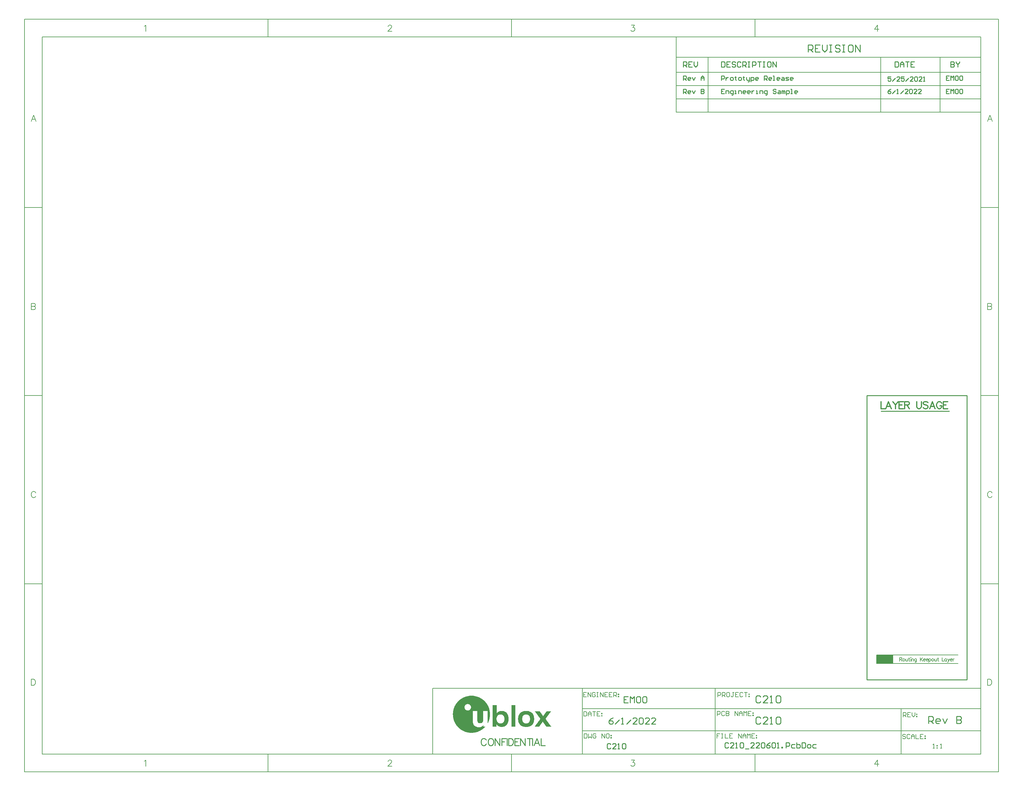
<source format=gko>
G04*
G04 #@! TF.GenerationSoftware,Altium Limited,Altium Designer,22.4.2 (48)*
G04*
G04 Layer_Color=16711935*
%FSLAX44Y44*%
%MOMM*%
G71*
G04*
G04 #@! TF.SameCoordinates,7F116A4F-7056-4AC6-B487-C54DEE731D19*
G04*
G04*
G04 #@! TF.FilePolarity,Positive*
G04*
G01*
G75*
%ADD10C,0.1270*%
%ADD11C,0.2000*%
%ADD13C,0.2540*%
%ADD25R,4.8260X2.4130*%
%ADD26C,0.2997*%
%ADD27C,0.1778*%
G36*
X885250Y-150059D02*
X889786D01*
Y-150512D01*
X892507D01*
Y-150966D01*
X894775D01*
Y-151419D01*
X896589D01*
Y-151873D01*
X898403D01*
Y-152327D01*
X899764D01*
Y-152780D01*
X901124D01*
Y-153234D01*
X902485D01*
Y-153687D01*
X903392D01*
Y-154141D01*
X904753D01*
Y-154594D01*
X905660D01*
Y-155048D01*
X906567D01*
Y-155501D01*
X907474D01*
Y-155955D01*
X908381D01*
Y-156409D01*
X909288D01*
Y-156862D01*
X909742D01*
Y-157316D01*
X910649D01*
Y-157769D01*
X911556D01*
Y-158223D01*
X912010D01*
Y-158676D01*
X912917D01*
Y-159130D01*
X913371D01*
Y-159584D01*
X914278D01*
Y-160037D01*
X914731D01*
Y-160491D01*
X915185D01*
Y-160944D01*
X916092D01*
Y-161398D01*
X916545D01*
Y-161851D01*
X916999D01*
Y-162305D01*
X917452D01*
Y-162758D01*
X918360D01*
Y-163212D01*
X918813D01*
Y-163666D01*
X919267D01*
Y-164119D01*
X919720D01*
Y-164573D01*
X920174D01*
Y-165026D01*
X920627D01*
Y-165480D01*
X921081D01*
Y-165933D01*
X921535D01*
Y-166387D01*
X921988D01*
Y-166840D01*
X922442D01*
Y-167294D01*
X922895D01*
Y-167747D01*
X923349D01*
Y-168201D01*
Y-168655D01*
X923802D01*
Y-169108D01*
X924256D01*
Y-169562D01*
X924709D01*
Y-170015D01*
X925163D01*
Y-170469D01*
Y-170922D01*
X925617D01*
Y-171376D01*
X926070D01*
Y-171830D01*
X926524D01*
Y-172283D01*
Y-172737D01*
X926977D01*
Y-173190D01*
X927431D01*
Y-173644D01*
Y-174097D01*
X927884D01*
Y-174551D01*
X928338D01*
Y-175004D01*
Y-175458D01*
X928791D01*
Y-175912D01*
X929245D01*
Y-176365D01*
Y-176819D01*
X929698D01*
Y-177272D01*
Y-177726D01*
X930152D01*
Y-178179D01*
Y-178633D01*
X930606D01*
Y-179086D01*
Y-179540D01*
X931059D01*
Y-179993D01*
Y-180447D01*
X931513D01*
Y-180901D01*
Y-181354D01*
X931966D01*
Y-181808D01*
Y-182261D01*
X932420D01*
Y-182715D01*
Y-183168D01*
Y-183622D01*
X932873D01*
Y-184076D01*
Y-184529D01*
X933327D01*
Y-184983D01*
Y-185436D01*
Y-185890D01*
X933781D01*
Y-186343D01*
Y-186797D01*
Y-187250D01*
X934234D01*
Y-187704D01*
Y-188158D01*
Y-188611D01*
Y-189065D01*
X934688D01*
Y-189518D01*
Y-189972D01*
Y-190425D01*
Y-190879D01*
X935141D01*
Y-191332D01*
Y-191786D01*
Y-192240D01*
Y-192693D01*
X935595D01*
Y-193147D01*
Y-193600D01*
Y-194054D01*
Y-194507D01*
Y-194961D01*
Y-195414D01*
Y-195868D01*
X936048D01*
Y-196322D01*
Y-196775D01*
Y-197229D01*
Y-197682D01*
Y-198136D01*
Y-198589D01*
Y-199043D01*
Y-199496D01*
Y-199950D01*
Y-200404D01*
Y-200857D01*
X936502D01*
Y-201311D01*
Y-201764D01*
Y-202218D01*
Y-202671D01*
Y-203125D01*
Y-203578D01*
Y-204032D01*
Y-204486D01*
Y-204939D01*
Y-205393D01*
X936048D01*
Y-205846D01*
Y-206300D01*
Y-206753D01*
Y-207207D01*
Y-207661D01*
Y-208114D01*
Y-208568D01*
Y-209021D01*
Y-209475D01*
Y-209928D01*
Y-210382D01*
X935595D01*
Y-210835D01*
Y-211289D01*
Y-211742D01*
Y-212196D01*
Y-212650D01*
Y-213103D01*
X935141D01*
Y-213557D01*
Y-214010D01*
Y-214464D01*
Y-214917D01*
Y-215371D01*
X934688D01*
Y-215825D01*
Y-216278D01*
Y-216732D01*
Y-217185D01*
X934234D01*
Y-217639D01*
Y-218092D01*
Y-218546D01*
Y-218999D01*
X933781D01*
Y-219453D01*
Y-219907D01*
Y-220360D01*
X933327D01*
Y-220814D01*
Y-221267D01*
X932873D01*
Y-221721D01*
Y-222174D01*
Y-222628D01*
X932420D01*
Y-223081D01*
Y-223535D01*
X931966D01*
Y-223988D01*
Y-224442D01*
Y-224896D01*
X931513D01*
Y-225349D01*
Y-225803D01*
X931059D01*
Y-226256D01*
Y-226710D01*
X930606D01*
Y-227163D01*
Y-227617D01*
X930152D01*
Y-228071D01*
Y-228524D01*
X929698D01*
Y-228071D01*
Y-227617D01*
Y-227163D01*
Y-226710D01*
Y-226256D01*
Y-225803D01*
Y-225349D01*
Y-224896D01*
Y-224442D01*
Y-223988D01*
Y-223535D01*
Y-223081D01*
Y-222628D01*
Y-222174D01*
Y-221721D01*
Y-221267D01*
Y-220814D01*
Y-220360D01*
Y-219907D01*
Y-219453D01*
Y-218999D01*
Y-218546D01*
Y-218092D01*
Y-217639D01*
Y-217185D01*
Y-216732D01*
Y-216278D01*
Y-215825D01*
Y-215371D01*
Y-214917D01*
Y-214464D01*
Y-214010D01*
Y-213557D01*
Y-213103D01*
Y-212650D01*
Y-212196D01*
Y-211742D01*
Y-211289D01*
Y-210835D01*
Y-210382D01*
Y-209928D01*
Y-209475D01*
Y-209021D01*
Y-208568D01*
Y-208114D01*
Y-207661D01*
Y-207207D01*
Y-206753D01*
Y-206300D01*
Y-205846D01*
Y-205393D01*
Y-204939D01*
Y-204486D01*
Y-204032D01*
Y-203578D01*
Y-203125D01*
Y-202671D01*
Y-202218D01*
Y-201764D01*
Y-201311D01*
Y-200857D01*
Y-200404D01*
Y-199950D01*
Y-199496D01*
Y-199043D01*
Y-198589D01*
Y-198136D01*
Y-197682D01*
Y-197229D01*
Y-196775D01*
Y-196322D01*
Y-195868D01*
Y-195414D01*
Y-194961D01*
Y-194507D01*
Y-194054D01*
X916999D01*
Y-194507D01*
Y-194961D01*
Y-195414D01*
Y-195868D01*
Y-196322D01*
Y-196775D01*
Y-197229D01*
Y-197682D01*
Y-198136D01*
Y-198589D01*
Y-199043D01*
Y-199496D01*
Y-199950D01*
Y-200404D01*
Y-200857D01*
Y-201311D01*
Y-201764D01*
Y-202218D01*
Y-202671D01*
Y-203125D01*
Y-203578D01*
Y-204032D01*
Y-204486D01*
Y-204939D01*
Y-205393D01*
Y-205846D01*
Y-206300D01*
Y-206753D01*
Y-207207D01*
Y-207661D01*
Y-208114D01*
Y-208568D01*
Y-209021D01*
Y-209475D01*
Y-209928D01*
Y-210382D01*
Y-210835D01*
Y-211289D01*
Y-211742D01*
Y-212196D01*
Y-212650D01*
Y-213103D01*
Y-213557D01*
Y-214010D01*
Y-214464D01*
Y-214917D01*
Y-215371D01*
Y-215825D01*
Y-216278D01*
Y-216732D01*
Y-217185D01*
Y-217639D01*
Y-218092D01*
Y-218546D01*
Y-218999D01*
Y-219453D01*
Y-219907D01*
Y-220360D01*
Y-220814D01*
Y-221267D01*
Y-221721D01*
X916545D01*
Y-222174D01*
Y-222628D01*
Y-223081D01*
Y-223535D01*
X916092D01*
Y-223988D01*
Y-224442D01*
X915638D01*
Y-224896D01*
Y-225349D01*
X915185D01*
Y-225803D01*
X914731D01*
Y-226256D01*
X914278D01*
Y-226710D01*
X913824D01*
Y-227163D01*
X913371D01*
Y-227617D01*
X912463D01*
Y-228071D01*
X911103D01*
Y-228524D01*
X904753D01*
Y-228071D01*
X903392D01*
Y-227617D01*
X902485D01*
Y-227163D01*
X902032D01*
Y-226710D01*
X901578D01*
Y-226256D01*
X901124D01*
Y-225803D01*
Y-225349D01*
X900671D01*
Y-224896D01*
Y-224442D01*
X900217D01*
Y-223988D01*
Y-223535D01*
Y-223081D01*
Y-222628D01*
X899764D01*
Y-222174D01*
Y-221721D01*
Y-221267D01*
Y-220814D01*
Y-220360D01*
Y-219907D01*
Y-219453D01*
Y-218999D01*
Y-218546D01*
Y-218092D01*
Y-217639D01*
Y-217185D01*
Y-216732D01*
Y-216278D01*
Y-215825D01*
Y-215371D01*
Y-214917D01*
Y-214464D01*
Y-214010D01*
Y-213557D01*
Y-213103D01*
Y-212650D01*
Y-212196D01*
Y-211742D01*
Y-211289D01*
Y-210835D01*
Y-210382D01*
Y-209928D01*
Y-209475D01*
Y-209021D01*
Y-208568D01*
Y-208114D01*
Y-207661D01*
Y-207207D01*
Y-206753D01*
Y-206300D01*
Y-205846D01*
Y-205393D01*
Y-204939D01*
Y-204486D01*
Y-204032D01*
Y-203578D01*
Y-203125D01*
Y-202671D01*
Y-202218D01*
Y-201764D01*
Y-201311D01*
Y-200857D01*
Y-200404D01*
Y-199950D01*
Y-199496D01*
Y-199043D01*
Y-198589D01*
Y-198136D01*
Y-197682D01*
Y-197229D01*
Y-196775D01*
Y-196322D01*
Y-195868D01*
Y-195414D01*
Y-194961D01*
Y-194507D01*
Y-194054D01*
X887064D01*
Y-194507D01*
Y-194961D01*
Y-195414D01*
Y-195868D01*
Y-196322D01*
Y-196775D01*
Y-197229D01*
Y-197682D01*
Y-198136D01*
Y-198589D01*
Y-199043D01*
Y-199496D01*
Y-199950D01*
Y-200404D01*
Y-200857D01*
Y-201311D01*
Y-201764D01*
Y-202218D01*
Y-202671D01*
Y-203125D01*
Y-203578D01*
Y-204032D01*
Y-204486D01*
Y-204939D01*
Y-205393D01*
Y-205846D01*
Y-206300D01*
Y-206753D01*
Y-207207D01*
Y-207661D01*
Y-208114D01*
Y-208568D01*
Y-209021D01*
Y-209475D01*
Y-209928D01*
Y-210382D01*
Y-210835D01*
Y-211289D01*
Y-211742D01*
Y-212196D01*
Y-212650D01*
Y-213103D01*
Y-213557D01*
Y-214010D01*
Y-214464D01*
Y-214917D01*
Y-215371D01*
Y-215825D01*
Y-216278D01*
Y-216732D01*
Y-217185D01*
Y-217639D01*
Y-218092D01*
Y-218546D01*
Y-218999D01*
Y-219453D01*
Y-219907D01*
Y-220360D01*
Y-220814D01*
Y-221267D01*
Y-221721D01*
Y-222174D01*
Y-222628D01*
Y-223081D01*
Y-223535D01*
Y-223988D01*
Y-224442D01*
Y-224896D01*
Y-225349D01*
Y-225803D01*
Y-226256D01*
Y-226710D01*
Y-227163D01*
X887518D01*
Y-227617D01*
Y-228071D01*
Y-228524D01*
Y-228978D01*
X887971D01*
Y-229431D01*
Y-229885D01*
Y-230338D01*
X888425D01*
Y-230792D01*
Y-231245D01*
Y-231699D01*
X888878D01*
Y-232153D01*
Y-232606D01*
X889332D01*
Y-233060D01*
X889786D01*
Y-233513D01*
Y-233967D01*
X890239D01*
Y-234420D01*
X890693D01*
Y-234874D01*
X891146D01*
Y-235327D01*
X891600D01*
Y-235781D01*
X892053D01*
Y-236234D01*
X892507D01*
Y-236688D01*
X893414D01*
Y-237142D01*
X893868D01*
Y-237595D01*
X894775D01*
Y-238049D01*
X895682D01*
Y-238502D01*
X896589D01*
Y-238956D01*
X897950D01*
Y-239409D01*
X899764D01*
Y-239863D01*
X908835D01*
Y-239409D01*
X910649D01*
Y-238956D01*
X911556D01*
Y-238502D01*
X912917D01*
Y-238049D01*
X913371D01*
Y-237595D01*
X914278D01*
Y-237142D01*
X914731D01*
Y-236688D01*
X915185D01*
Y-236234D01*
X916092D01*
Y-235781D01*
X916545D01*
Y-235327D01*
X916999D01*
Y-234874D01*
Y-234420D01*
X917452D01*
Y-234874D01*
Y-235327D01*
Y-235781D01*
Y-236234D01*
Y-236688D01*
Y-237142D01*
Y-237595D01*
Y-238049D01*
Y-238502D01*
Y-238956D01*
X922442D01*
Y-239409D01*
X921988D01*
Y-239863D01*
X921535D01*
Y-240317D01*
X921081D01*
Y-240770D01*
X920627D01*
Y-241224D01*
X920174D01*
Y-241677D01*
X919720D01*
Y-242131D01*
X919267D01*
Y-242584D01*
X918813D01*
Y-243038D01*
X917906D01*
Y-243491D01*
X917452D01*
Y-243945D01*
X916999D01*
Y-244398D01*
X916545D01*
Y-244852D01*
X915638D01*
Y-245306D01*
X915185D01*
Y-245759D01*
X914731D01*
Y-246213D01*
X913824D01*
Y-246666D01*
X913371D01*
Y-247120D01*
X912463D01*
Y-247573D01*
X912010D01*
Y-248027D01*
X911103D01*
Y-248480D01*
X910649D01*
Y-248934D01*
X909742D01*
Y-249388D01*
X908835D01*
Y-249841D01*
X907928D01*
Y-250295D01*
X907474D01*
Y-250748D01*
X906567D01*
Y-251202D01*
X905206D01*
Y-251655D01*
X904299D01*
Y-252109D01*
X903392D01*
Y-252563D01*
X902032D01*
Y-253016D01*
X901124D01*
Y-253470D01*
X899764D01*
Y-253923D01*
X897950D01*
Y-254377D01*
X896589D01*
Y-254830D01*
X894775D01*
Y-255284D01*
X892053D01*
Y-255737D01*
X888878D01*
Y-256191D01*
X877086D01*
Y-255737D01*
X873911D01*
Y-255284D01*
X871643D01*
Y-254830D01*
X869829D01*
Y-254377D01*
X868015D01*
Y-253923D01*
X866654D01*
Y-253470D01*
X865294D01*
Y-253016D01*
X863933D01*
Y-252563D01*
X863026D01*
Y-252109D01*
X861665D01*
Y-251655D01*
X860758D01*
Y-251202D01*
X859851D01*
Y-250748D01*
X858944D01*
Y-250295D01*
X858037D01*
Y-249841D01*
X857130D01*
Y-249388D01*
X856222D01*
Y-248934D01*
X855769D01*
Y-248480D01*
X854862D01*
Y-248027D01*
X853955D01*
Y-247573D01*
X853501D01*
Y-247120D01*
X852594D01*
Y-246666D01*
X852140D01*
Y-246213D01*
X851687D01*
Y-245759D01*
X850780D01*
Y-245306D01*
X850326D01*
Y-244852D01*
X849873D01*
Y-244398D01*
X848966D01*
Y-243945D01*
X848512D01*
Y-243491D01*
X848058D01*
Y-243038D01*
X847605D01*
Y-242584D01*
X847151D01*
Y-242131D01*
X846698D01*
Y-241677D01*
X846244D01*
Y-241224D01*
X845791D01*
Y-240770D01*
X845337D01*
Y-240317D01*
X844883D01*
Y-239863D01*
X844430D01*
Y-239409D01*
X843976D01*
Y-238956D01*
X843523D01*
Y-238502D01*
X843069D01*
Y-238049D01*
X842616D01*
Y-237595D01*
X842162D01*
Y-237142D01*
X841709D01*
Y-236688D01*
Y-236234D01*
X841255D01*
Y-235781D01*
X840801D01*
Y-235327D01*
X840348D01*
Y-234874D01*
X839894D01*
Y-234420D01*
Y-233967D01*
X839441D01*
Y-233513D01*
X838987D01*
Y-233060D01*
Y-232606D01*
X838534D01*
Y-232153D01*
X838080D01*
Y-231699D01*
Y-231245D01*
X837627D01*
Y-230792D01*
X837173D01*
Y-230338D01*
Y-229885D01*
X836720D01*
Y-229431D01*
Y-228978D01*
X836266D01*
Y-228524D01*
Y-228071D01*
X835812D01*
Y-227617D01*
Y-227163D01*
X835359D01*
Y-226710D01*
Y-226256D01*
X834905D01*
Y-225803D01*
Y-225349D01*
X834452D01*
Y-224896D01*
Y-224442D01*
X833998D01*
Y-223988D01*
Y-223535D01*
X833545D01*
Y-223081D01*
Y-222628D01*
Y-222174D01*
X833091D01*
Y-221721D01*
Y-221267D01*
Y-220814D01*
X832637D01*
Y-220360D01*
Y-219907D01*
X832184D01*
Y-219453D01*
Y-218999D01*
Y-218546D01*
Y-218092D01*
X831730D01*
Y-217639D01*
Y-217185D01*
Y-216732D01*
X831277D01*
Y-216278D01*
Y-215825D01*
Y-215371D01*
Y-214917D01*
X830823D01*
Y-214464D01*
Y-214010D01*
Y-213557D01*
Y-213103D01*
Y-212650D01*
X830370D01*
Y-212196D01*
Y-211742D01*
Y-211289D01*
Y-210835D01*
Y-210382D01*
Y-209928D01*
Y-209475D01*
X829916D01*
Y-209021D01*
Y-208568D01*
Y-208114D01*
Y-207661D01*
Y-207207D01*
Y-206753D01*
Y-206300D01*
Y-205846D01*
Y-205393D01*
Y-204939D01*
X829463D01*
Y-204486D01*
Y-204032D01*
Y-203578D01*
Y-203125D01*
Y-202671D01*
Y-202218D01*
Y-201764D01*
Y-201311D01*
Y-200857D01*
X829916D01*
Y-200404D01*
Y-199950D01*
Y-199496D01*
Y-199043D01*
Y-198589D01*
Y-198136D01*
Y-197682D01*
Y-197229D01*
Y-196775D01*
X830370D01*
Y-196322D01*
Y-195868D01*
Y-195414D01*
Y-194961D01*
Y-194507D01*
Y-194054D01*
Y-193600D01*
X830823D01*
Y-193147D01*
Y-192693D01*
Y-192240D01*
Y-191786D01*
Y-191332D01*
X831277D01*
Y-190879D01*
Y-190425D01*
Y-189972D01*
Y-189518D01*
X831730D01*
Y-189065D01*
Y-188611D01*
Y-188158D01*
Y-187704D01*
X832184D01*
Y-187250D01*
Y-186797D01*
Y-186343D01*
X832637D01*
Y-185890D01*
Y-185436D01*
Y-184983D01*
X833091D01*
Y-184529D01*
Y-184076D01*
X833545D01*
Y-183622D01*
Y-183168D01*
Y-182715D01*
X833998D01*
Y-182261D01*
Y-181808D01*
X834452D01*
Y-181354D01*
Y-180901D01*
Y-180447D01*
X834905D01*
Y-179993D01*
Y-179540D01*
X835359D01*
Y-179086D01*
Y-178633D01*
X835812D01*
Y-178179D01*
Y-177726D01*
X836266D01*
Y-177272D01*
X836720D01*
Y-176819D01*
Y-176365D01*
X837173D01*
Y-175912D01*
Y-175458D01*
X837627D01*
Y-175004D01*
X838080D01*
Y-174551D01*
Y-174097D01*
X838534D01*
Y-173644D01*
X838987D01*
Y-173190D01*
Y-172737D01*
X839441D01*
Y-172283D01*
X839894D01*
Y-171830D01*
Y-171376D01*
X840348D01*
Y-170922D01*
X840801D01*
Y-170469D01*
X841255D01*
Y-170015D01*
Y-169562D01*
X841709D01*
Y-169108D01*
X842162D01*
Y-168655D01*
X842616D01*
Y-168201D01*
X843069D01*
Y-167747D01*
X843523D01*
Y-167294D01*
X843976D01*
Y-166840D01*
X844430D01*
Y-166387D01*
Y-165933D01*
X844883D01*
Y-165480D01*
X845337D01*
Y-165026D01*
X845791D01*
Y-164573D01*
X846698D01*
Y-164119D01*
X847151D01*
Y-163666D01*
X847605D01*
Y-163212D01*
X848058D01*
Y-162758D01*
X848512D01*
Y-162305D01*
X848966D01*
Y-161851D01*
X849419D01*
Y-161398D01*
X850326D01*
Y-160944D01*
X850780D01*
Y-160491D01*
X851233D01*
Y-160037D01*
X852140D01*
Y-159584D01*
X852594D01*
Y-159130D01*
X853501D01*
Y-158676D01*
X853955D01*
Y-158223D01*
X854862D01*
Y-157769D01*
X855315D01*
Y-157316D01*
X856222D01*
Y-156862D01*
X857130D01*
Y-156409D01*
X857583D01*
Y-155955D01*
X858944D01*
Y-155501D01*
X859851D01*
Y-155048D01*
X860758D01*
Y-154594D01*
X861665D01*
Y-154141D01*
X862572D01*
Y-153687D01*
X863933D01*
Y-153234D01*
X864840D01*
Y-152780D01*
X866201D01*
Y-152327D01*
X867561D01*
Y-151873D01*
X869376D01*
Y-151419D01*
X871190D01*
Y-150966D01*
X873457D01*
Y-150512D01*
X876632D01*
Y-150059D01*
X881168D01*
Y-149605D01*
X885250D01*
Y-150059D01*
D02*
G37*
G36*
X955551Y-177272D02*
Y-177726D01*
Y-178179D01*
Y-178633D01*
Y-179086D01*
Y-179540D01*
Y-179993D01*
Y-180447D01*
Y-180901D01*
Y-181354D01*
Y-181808D01*
Y-182261D01*
Y-182715D01*
Y-183168D01*
Y-183622D01*
Y-184076D01*
Y-184529D01*
Y-184983D01*
Y-185436D01*
Y-185890D01*
Y-186343D01*
Y-186797D01*
Y-187250D01*
Y-187704D01*
Y-188158D01*
Y-188611D01*
Y-189065D01*
Y-189518D01*
Y-189972D01*
Y-190425D01*
Y-190879D01*
Y-191332D01*
Y-191786D01*
Y-192240D01*
Y-192693D01*
Y-193147D01*
Y-193600D01*
Y-194054D01*
Y-194507D01*
Y-194961D01*
Y-195414D01*
Y-195868D01*
Y-196322D01*
Y-196775D01*
Y-197229D01*
Y-197682D01*
Y-198136D01*
Y-198589D01*
Y-199043D01*
Y-199496D01*
X956458D01*
Y-199043D01*
X956912D01*
Y-198589D01*
X957365D01*
Y-198136D01*
X957819D01*
Y-197682D01*
X958272D01*
Y-197229D01*
X958726D01*
Y-196775D01*
X959180D01*
Y-196322D01*
X960087D01*
Y-195868D01*
X960540D01*
Y-195414D01*
X961447D01*
Y-194961D01*
X962355D01*
Y-194507D01*
X963715D01*
Y-194054D01*
X965529D01*
Y-193600D01*
X974147D01*
Y-194054D01*
X975961D01*
Y-194507D01*
X977322D01*
Y-194961D01*
X978682D01*
Y-195414D01*
X979590D01*
Y-195868D01*
X980043D01*
Y-196322D01*
X980950D01*
Y-196775D01*
X981404D01*
Y-197229D01*
X982311D01*
Y-197682D01*
X982765D01*
Y-198136D01*
X983218D01*
Y-198589D01*
X983672D01*
Y-199043D01*
X984125D01*
Y-199496D01*
X984579D01*
Y-199950D01*
Y-200404D01*
X985032D01*
Y-200857D01*
X985486D01*
Y-201311D01*
X985939D01*
Y-201764D01*
Y-202218D01*
X986393D01*
Y-202671D01*
Y-203125D01*
X986846D01*
Y-203578D01*
Y-204032D01*
X987300D01*
Y-204486D01*
Y-204939D01*
X987754D01*
Y-205393D01*
Y-205846D01*
Y-206300D01*
X988207D01*
Y-206753D01*
Y-207207D01*
Y-207661D01*
Y-208114D01*
X988661D01*
Y-208568D01*
Y-209021D01*
Y-209475D01*
Y-209928D01*
Y-210382D01*
X989114D01*
Y-210835D01*
Y-211289D01*
Y-211742D01*
Y-212196D01*
Y-212650D01*
Y-213103D01*
Y-213557D01*
Y-214010D01*
Y-214464D01*
X989568D01*
Y-214917D01*
X989114D01*
Y-215371D01*
Y-215825D01*
Y-216278D01*
Y-216732D01*
Y-217185D01*
Y-217639D01*
Y-218092D01*
Y-218546D01*
Y-218999D01*
Y-219453D01*
Y-219907D01*
Y-220360D01*
Y-220814D01*
Y-221267D01*
Y-221721D01*
Y-222174D01*
Y-222628D01*
X988661D01*
Y-223081D01*
Y-223535D01*
Y-223988D01*
Y-224442D01*
Y-224896D01*
X988207D01*
Y-225349D01*
Y-225803D01*
Y-226256D01*
X987754D01*
Y-226710D01*
Y-227163D01*
Y-227617D01*
X987300D01*
Y-228071D01*
Y-228524D01*
Y-228978D01*
X986846D01*
Y-229431D01*
Y-229885D01*
X986393D01*
Y-230338D01*
Y-230792D01*
X985939D01*
Y-231245D01*
X985486D01*
Y-231699D01*
Y-232153D01*
X985032D01*
Y-232606D01*
X984579D01*
Y-233060D01*
X984125D01*
Y-233513D01*
X983672D01*
Y-233967D01*
Y-234420D01*
X982765D01*
Y-234874D01*
X982311D01*
Y-235327D01*
X981857D01*
Y-235781D01*
X981404D01*
Y-236234D01*
X980497D01*
Y-236688D01*
X980043D01*
Y-237142D01*
X979136D01*
Y-237595D01*
X978229D01*
Y-238049D01*
X977322D01*
Y-238502D01*
X975961D01*
Y-238956D01*
X973693D01*
Y-239409D01*
X965983D01*
Y-238956D01*
X963715D01*
Y-238502D01*
X962808D01*
Y-238049D01*
X961447D01*
Y-237595D01*
X960994D01*
Y-237142D01*
X960087D01*
Y-236688D01*
X959633D01*
Y-236234D01*
X958726D01*
Y-235781D01*
X958272D01*
Y-235327D01*
X957819D01*
Y-234874D01*
X957365D01*
Y-234420D01*
X956912D01*
Y-233967D01*
X956458D01*
Y-233513D01*
X956005D01*
Y-233060D01*
Y-232606D01*
X955098D01*
Y-233060D01*
Y-233513D01*
Y-233967D01*
Y-234420D01*
Y-234874D01*
Y-235327D01*
Y-235781D01*
Y-236234D01*
Y-236688D01*
Y-237142D01*
Y-237595D01*
Y-238049D01*
Y-238502D01*
X943759D01*
Y-238049D01*
Y-237595D01*
Y-237142D01*
Y-236688D01*
Y-236234D01*
Y-235781D01*
Y-235327D01*
Y-234874D01*
Y-234420D01*
Y-233967D01*
Y-233513D01*
Y-233060D01*
Y-232606D01*
Y-232153D01*
Y-231699D01*
Y-231245D01*
Y-230792D01*
Y-230338D01*
Y-229885D01*
Y-229431D01*
Y-228978D01*
Y-228524D01*
Y-228071D01*
Y-227617D01*
Y-227163D01*
Y-226710D01*
Y-226256D01*
Y-225803D01*
Y-225349D01*
Y-224896D01*
Y-224442D01*
Y-223988D01*
Y-223535D01*
Y-223081D01*
Y-222628D01*
Y-222174D01*
Y-221721D01*
Y-221267D01*
Y-220814D01*
Y-220360D01*
Y-219907D01*
Y-219453D01*
Y-218999D01*
Y-218546D01*
Y-218092D01*
Y-217639D01*
Y-217185D01*
Y-216732D01*
Y-216278D01*
Y-215825D01*
Y-215371D01*
Y-214917D01*
Y-214464D01*
Y-214010D01*
Y-213557D01*
Y-213103D01*
Y-212650D01*
Y-212196D01*
Y-211742D01*
Y-211289D01*
Y-210835D01*
Y-210382D01*
Y-209928D01*
Y-209475D01*
Y-209021D01*
Y-208568D01*
Y-208114D01*
Y-207661D01*
Y-207207D01*
Y-206753D01*
Y-206300D01*
Y-205846D01*
Y-205393D01*
Y-204939D01*
Y-204486D01*
Y-204032D01*
Y-203578D01*
Y-203125D01*
Y-202671D01*
Y-202218D01*
Y-201764D01*
Y-201311D01*
Y-200857D01*
Y-200404D01*
Y-199950D01*
Y-199496D01*
Y-199043D01*
Y-198589D01*
Y-198136D01*
Y-197682D01*
Y-197229D01*
Y-196775D01*
Y-196322D01*
Y-195868D01*
Y-195414D01*
Y-194961D01*
Y-194507D01*
Y-194054D01*
Y-193600D01*
Y-193147D01*
Y-192693D01*
Y-192240D01*
Y-191786D01*
Y-191332D01*
Y-190879D01*
Y-190425D01*
Y-189972D01*
Y-189518D01*
Y-189065D01*
Y-188611D01*
Y-188158D01*
Y-187704D01*
Y-187250D01*
Y-186797D01*
Y-186343D01*
Y-185890D01*
Y-185436D01*
Y-184983D01*
Y-184529D01*
Y-184076D01*
Y-183622D01*
Y-183168D01*
Y-182715D01*
Y-182261D01*
Y-181808D01*
Y-181354D01*
Y-180901D01*
Y-180447D01*
Y-179993D01*
Y-179540D01*
Y-179086D01*
Y-178633D01*
Y-178179D01*
Y-177726D01*
Y-177272D01*
Y-176819D01*
X955551D01*
Y-177272D01*
D02*
G37*
G36*
X1009071D02*
Y-177726D01*
Y-178179D01*
Y-178633D01*
Y-179086D01*
Y-179540D01*
Y-179993D01*
Y-180447D01*
Y-180901D01*
Y-181354D01*
Y-181808D01*
Y-182261D01*
Y-182715D01*
Y-183168D01*
Y-183622D01*
Y-184076D01*
Y-184529D01*
Y-184983D01*
Y-185436D01*
Y-185890D01*
Y-186343D01*
Y-186797D01*
Y-187250D01*
Y-187704D01*
Y-188158D01*
Y-188611D01*
Y-189065D01*
Y-189518D01*
Y-189972D01*
Y-190425D01*
Y-190879D01*
Y-191332D01*
Y-191786D01*
Y-192240D01*
Y-192693D01*
Y-193147D01*
Y-193600D01*
Y-194054D01*
Y-194507D01*
Y-194961D01*
Y-195414D01*
Y-195868D01*
Y-196322D01*
Y-196775D01*
Y-197229D01*
Y-197682D01*
Y-198136D01*
Y-198589D01*
Y-199043D01*
Y-199496D01*
Y-199950D01*
Y-200404D01*
Y-200857D01*
Y-201311D01*
Y-201764D01*
Y-202218D01*
Y-202671D01*
Y-203125D01*
Y-203578D01*
Y-204032D01*
Y-204486D01*
Y-204939D01*
Y-205393D01*
Y-205846D01*
Y-206300D01*
Y-206753D01*
Y-207207D01*
Y-207661D01*
Y-208114D01*
Y-208568D01*
Y-209021D01*
Y-209475D01*
Y-209928D01*
Y-210382D01*
Y-210835D01*
Y-211289D01*
Y-211742D01*
Y-212196D01*
Y-212650D01*
Y-213103D01*
Y-213557D01*
Y-214010D01*
Y-214464D01*
Y-214917D01*
Y-215371D01*
Y-215825D01*
Y-216278D01*
Y-216732D01*
Y-217185D01*
Y-217639D01*
Y-218092D01*
Y-218546D01*
Y-218999D01*
Y-219453D01*
Y-219907D01*
Y-220360D01*
Y-220814D01*
Y-221267D01*
Y-221721D01*
Y-222174D01*
Y-222628D01*
Y-223081D01*
Y-223535D01*
Y-223988D01*
Y-224442D01*
Y-224896D01*
Y-225349D01*
Y-225803D01*
Y-226256D01*
Y-226710D01*
Y-227163D01*
Y-227617D01*
Y-228071D01*
Y-228524D01*
Y-228978D01*
Y-229431D01*
Y-229885D01*
Y-230338D01*
Y-230792D01*
Y-231245D01*
Y-231699D01*
Y-232153D01*
Y-232606D01*
Y-233060D01*
Y-233513D01*
Y-233967D01*
Y-234420D01*
Y-234874D01*
Y-235327D01*
Y-235781D01*
Y-236234D01*
Y-236688D01*
Y-237142D01*
Y-237595D01*
Y-238049D01*
Y-238502D01*
X997732D01*
Y-238049D01*
Y-237595D01*
Y-237142D01*
Y-236688D01*
Y-236234D01*
Y-235781D01*
Y-235327D01*
Y-234874D01*
Y-234420D01*
Y-233967D01*
Y-233513D01*
Y-233060D01*
Y-232606D01*
Y-232153D01*
Y-231699D01*
Y-231245D01*
Y-230792D01*
Y-230338D01*
Y-229885D01*
Y-229431D01*
Y-228978D01*
Y-228524D01*
Y-228071D01*
Y-227617D01*
Y-227163D01*
Y-226710D01*
Y-226256D01*
Y-225803D01*
Y-225349D01*
Y-224896D01*
Y-224442D01*
Y-223988D01*
Y-223535D01*
Y-223081D01*
Y-222628D01*
Y-222174D01*
Y-221721D01*
Y-221267D01*
Y-220814D01*
Y-220360D01*
Y-219907D01*
Y-219453D01*
Y-218999D01*
Y-218546D01*
Y-218092D01*
Y-217639D01*
Y-217185D01*
Y-216732D01*
Y-216278D01*
Y-215825D01*
Y-215371D01*
Y-214917D01*
Y-214464D01*
Y-214010D01*
Y-213557D01*
Y-213103D01*
Y-212650D01*
Y-212196D01*
Y-211742D01*
Y-211289D01*
Y-210835D01*
Y-210382D01*
Y-209928D01*
Y-209475D01*
Y-209021D01*
Y-208568D01*
Y-208114D01*
Y-207661D01*
Y-207207D01*
Y-206753D01*
Y-206300D01*
Y-205846D01*
Y-205393D01*
Y-204939D01*
Y-204486D01*
Y-204032D01*
Y-203578D01*
Y-203125D01*
Y-202671D01*
Y-202218D01*
Y-201764D01*
Y-201311D01*
Y-200857D01*
Y-200404D01*
Y-199950D01*
Y-199496D01*
Y-199043D01*
Y-198589D01*
Y-198136D01*
Y-197682D01*
Y-197229D01*
Y-196775D01*
Y-196322D01*
Y-195868D01*
Y-195414D01*
Y-194961D01*
Y-194507D01*
Y-194054D01*
Y-193600D01*
Y-193147D01*
Y-192693D01*
Y-192240D01*
Y-191786D01*
Y-191332D01*
Y-190879D01*
Y-190425D01*
Y-189972D01*
Y-189518D01*
Y-189065D01*
Y-188611D01*
Y-188158D01*
Y-187704D01*
Y-187250D01*
Y-186797D01*
Y-186343D01*
Y-185890D01*
Y-185436D01*
Y-184983D01*
Y-184529D01*
Y-184076D01*
Y-183622D01*
Y-183168D01*
Y-182715D01*
Y-182261D01*
Y-181808D01*
Y-181354D01*
Y-180901D01*
Y-180447D01*
Y-179993D01*
Y-179540D01*
Y-179086D01*
Y-178633D01*
Y-178179D01*
Y-177726D01*
Y-177272D01*
Y-176819D01*
X1009071D01*
Y-177272D01*
D02*
G37*
G36*
X1045355Y-194054D02*
X1047623D01*
Y-194507D01*
X1048984D01*
Y-194961D01*
X1050344D01*
Y-195414D01*
X1051252D01*
Y-195868D01*
X1052159D01*
Y-196322D01*
X1053066D01*
Y-196775D01*
X1053973D01*
Y-197229D01*
X1054426D01*
Y-197682D01*
X1055333D01*
Y-198136D01*
X1055787D01*
Y-198589D01*
X1056241D01*
Y-199043D01*
X1056694D01*
Y-199496D01*
X1057148D01*
Y-199950D01*
X1057601D01*
Y-200404D01*
X1058055D01*
Y-200857D01*
X1058508D01*
Y-201311D01*
X1058962D01*
Y-201764D01*
Y-202218D01*
X1059416D01*
Y-202671D01*
X1059869D01*
Y-203125D01*
Y-203578D01*
X1060323D01*
Y-204032D01*
Y-204486D01*
X1060776D01*
Y-204939D01*
Y-205393D01*
X1061230D01*
Y-205846D01*
Y-206300D01*
X1061683D01*
Y-206753D01*
Y-207207D01*
Y-207661D01*
X1062137D01*
Y-208114D01*
Y-208568D01*
Y-209021D01*
Y-209475D01*
Y-209928D01*
X1062590D01*
Y-210382D01*
Y-210835D01*
Y-211289D01*
Y-211742D01*
Y-212196D01*
Y-212650D01*
Y-213103D01*
X1063044D01*
Y-213557D01*
Y-214010D01*
Y-214464D01*
Y-214917D01*
Y-215371D01*
Y-215825D01*
Y-216278D01*
Y-216732D01*
Y-217185D01*
Y-217639D01*
Y-218092D01*
Y-218546D01*
Y-218999D01*
Y-219453D01*
Y-219907D01*
X1062590D01*
Y-220360D01*
Y-220814D01*
Y-221267D01*
Y-221721D01*
Y-222174D01*
Y-222628D01*
Y-223081D01*
X1062137D01*
Y-223535D01*
Y-223988D01*
Y-224442D01*
Y-224896D01*
X1061683D01*
Y-225349D01*
Y-225803D01*
Y-226256D01*
X1061230D01*
Y-226710D01*
Y-227163D01*
Y-227617D01*
X1060776D01*
Y-228071D01*
Y-228524D01*
X1060323D01*
Y-228978D01*
Y-229431D01*
X1059869D01*
Y-229885D01*
Y-230338D01*
X1059416D01*
Y-230792D01*
X1058962D01*
Y-231245D01*
X1058508D01*
Y-231699D01*
Y-232153D01*
X1058055D01*
Y-232606D01*
X1057601D01*
Y-233060D01*
X1057148D01*
Y-233513D01*
X1056694D01*
Y-233967D01*
X1056241D01*
Y-234420D01*
X1055787D01*
Y-234874D01*
X1054880D01*
Y-235327D01*
X1054426D01*
Y-235781D01*
X1053519D01*
Y-236234D01*
X1053066D01*
Y-236688D01*
X1052159D01*
Y-237142D01*
X1051252D01*
Y-237595D01*
X1049891D01*
Y-238049D01*
X1048530D01*
Y-238502D01*
X1047169D01*
Y-238956D01*
X1044902D01*
Y-239409D01*
X1035377D01*
Y-238956D01*
X1032656D01*
Y-238502D01*
X1030841D01*
Y-238049D01*
X1029934D01*
Y-237595D01*
X1028574D01*
Y-237142D01*
X1027667D01*
Y-236688D01*
X1026759D01*
Y-236234D01*
X1026306D01*
Y-235781D01*
X1025399D01*
Y-235327D01*
X1024945D01*
Y-234874D01*
X1024038D01*
Y-234420D01*
X1023585D01*
Y-233967D01*
X1023131D01*
Y-233513D01*
X1022678D01*
Y-233060D01*
X1022224D01*
Y-232606D01*
X1021770D01*
Y-232153D01*
X1021317D01*
Y-231699D01*
Y-231245D01*
X1020863D01*
Y-230792D01*
X1020410D01*
Y-230338D01*
X1019956D01*
Y-229885D01*
Y-229431D01*
X1019503D01*
Y-228978D01*
Y-228524D01*
X1019049D01*
Y-228071D01*
Y-227617D01*
X1018595D01*
Y-227163D01*
Y-226710D01*
Y-226256D01*
X1018142D01*
Y-225803D01*
Y-225349D01*
Y-224896D01*
X1017688D01*
Y-224442D01*
Y-223988D01*
Y-223535D01*
Y-223081D01*
X1017235D01*
Y-222628D01*
Y-222174D01*
Y-221721D01*
Y-221267D01*
Y-220814D01*
Y-220360D01*
Y-219907D01*
Y-219453D01*
X1016781D01*
Y-218999D01*
Y-218546D01*
Y-218092D01*
Y-217639D01*
Y-217185D01*
Y-216732D01*
Y-216278D01*
Y-215825D01*
Y-215371D01*
Y-214917D01*
Y-214464D01*
Y-214010D01*
Y-213557D01*
X1017235D01*
Y-213103D01*
Y-212650D01*
Y-212196D01*
Y-211742D01*
Y-211289D01*
Y-210835D01*
Y-210382D01*
Y-209928D01*
X1017688D01*
Y-209475D01*
Y-209021D01*
Y-208568D01*
Y-208114D01*
X1018142D01*
Y-207661D01*
Y-207207D01*
Y-206753D01*
X1018595D01*
Y-206300D01*
Y-205846D01*
Y-205393D01*
X1019049D01*
Y-204939D01*
Y-204486D01*
X1019503D01*
Y-204032D01*
Y-203578D01*
X1019956D01*
Y-203125D01*
Y-202671D01*
X1020410D01*
Y-202218D01*
X1020863D01*
Y-201764D01*
Y-201311D01*
X1021317D01*
Y-200857D01*
X1021770D01*
Y-200404D01*
X1022224D01*
Y-199950D01*
X1022678D01*
Y-199496D01*
X1023131D01*
Y-199043D01*
X1023585D01*
Y-198589D01*
X1024038D01*
Y-198136D01*
X1024492D01*
Y-197682D01*
X1025399D01*
Y-197229D01*
X1025852D01*
Y-196775D01*
X1026759D01*
Y-196322D01*
X1027667D01*
Y-195868D01*
X1028574D01*
Y-195414D01*
X1029481D01*
Y-194961D01*
X1030841D01*
Y-194507D01*
X1032202D01*
Y-194054D01*
X1034470D01*
Y-193600D01*
X1045355D01*
Y-194054D01*
D02*
G37*
G36*
X1111121Y-194961D02*
X1110667D01*
Y-195414D01*
Y-195868D01*
X1110214D01*
Y-196322D01*
X1109760D01*
Y-196775D01*
X1109307D01*
Y-197229D01*
Y-197682D01*
X1108853D01*
Y-198136D01*
X1108400D01*
Y-198589D01*
Y-199043D01*
X1107946D01*
Y-199496D01*
X1107492D01*
Y-199950D01*
X1107039D01*
Y-200404D01*
Y-200857D01*
X1106585D01*
Y-201311D01*
X1106132D01*
Y-201764D01*
X1105678D01*
Y-202218D01*
Y-202671D01*
X1105225D01*
Y-203125D01*
X1104771D01*
Y-203578D01*
X1104317D01*
Y-204032D01*
Y-204486D01*
X1103864D01*
Y-204939D01*
X1103410D01*
Y-205393D01*
Y-205846D01*
X1102957D01*
Y-206300D01*
X1102503D01*
Y-206753D01*
X1102050D01*
Y-207207D01*
Y-207661D01*
X1101596D01*
Y-208114D01*
X1101143D01*
Y-208568D01*
X1100689D01*
Y-209021D01*
Y-209475D01*
X1100236D01*
Y-209928D01*
X1099782D01*
Y-210382D01*
Y-210835D01*
X1099328D01*
Y-211289D01*
X1098875D01*
Y-211742D01*
X1098421D01*
Y-212196D01*
Y-212650D01*
X1097968D01*
Y-213103D01*
X1097514D01*
Y-213557D01*
X1097061D01*
Y-214010D01*
Y-214464D01*
X1096607D01*
Y-214917D01*
X1096153D01*
Y-215371D01*
X1095700D01*
Y-215825D01*
Y-216278D01*
Y-216732D01*
X1096153D01*
Y-217185D01*
Y-217639D01*
X1096607D01*
Y-218092D01*
X1097061D01*
Y-218546D01*
X1097514D01*
Y-218999D01*
Y-219453D01*
X1097968D01*
Y-219907D01*
X1098421D01*
Y-220360D01*
X1098875D01*
Y-220814D01*
Y-221267D01*
X1099328D01*
Y-221721D01*
X1099782D01*
Y-222174D01*
Y-222628D01*
X1100236D01*
Y-223081D01*
X1100689D01*
Y-223535D01*
X1101143D01*
Y-223988D01*
Y-224442D01*
X1101596D01*
Y-224896D01*
X1102050D01*
Y-225349D01*
X1102503D01*
Y-225803D01*
Y-226256D01*
X1102957D01*
Y-226710D01*
X1103410D01*
Y-227163D01*
X1103864D01*
Y-227617D01*
Y-228071D01*
X1104317D01*
Y-228524D01*
X1104771D01*
Y-228978D01*
X1105225D01*
Y-229431D01*
Y-229885D01*
X1105678D01*
Y-230338D01*
X1106132D01*
Y-230792D01*
X1106585D01*
Y-231245D01*
Y-231699D01*
X1107039D01*
Y-232153D01*
X1107492D01*
Y-232606D01*
X1107946D01*
Y-233060D01*
Y-233513D01*
X1108400D01*
Y-233967D01*
X1108853D01*
Y-234420D01*
Y-234874D01*
X1109307D01*
Y-235327D01*
X1109760D01*
Y-235781D01*
X1110214D01*
Y-236234D01*
Y-236688D01*
X1110667D01*
Y-237142D01*
X1111121D01*
Y-237595D01*
X1111574D01*
Y-238049D01*
X1112028D01*
Y-238502D01*
X1097514D01*
Y-238049D01*
Y-237595D01*
X1097061D01*
Y-237142D01*
X1096607D01*
Y-236688D01*
X1096153D01*
Y-236234D01*
Y-235781D01*
X1095700D01*
Y-235327D01*
X1095246D01*
Y-234874D01*
X1094793D01*
Y-234420D01*
Y-233967D01*
X1094339D01*
Y-233513D01*
X1093886D01*
Y-233060D01*
Y-232606D01*
X1093432D01*
Y-232153D01*
X1092979D01*
Y-231699D01*
X1092525D01*
Y-231245D01*
Y-230792D01*
X1092072D01*
Y-230338D01*
X1091618D01*
Y-229885D01*
X1091164D01*
Y-229431D01*
Y-228978D01*
X1090711D01*
Y-228524D01*
X1090257D01*
Y-228071D01*
Y-227617D01*
X1089804D01*
Y-227163D01*
X1089350D01*
Y-226710D01*
X1088897D01*
Y-226256D01*
Y-225803D01*
X1088443D01*
Y-225349D01*
X1087990D01*
Y-224896D01*
X1087536D01*
Y-224442D01*
X1087082D01*
Y-224896D01*
Y-225349D01*
X1086629D01*
Y-225803D01*
X1086175D01*
Y-226256D01*
X1085722D01*
Y-226710D01*
Y-227163D01*
X1085268D01*
Y-227617D01*
X1084815D01*
Y-228071D01*
Y-228524D01*
X1084361D01*
Y-228978D01*
X1083907D01*
Y-229431D01*
X1083454D01*
Y-229885D01*
Y-230338D01*
X1083000D01*
Y-230792D01*
X1082547D01*
Y-231245D01*
Y-231699D01*
X1082093D01*
Y-232153D01*
X1081640D01*
Y-232606D01*
X1081186D01*
Y-233060D01*
Y-233513D01*
X1080733D01*
Y-233967D01*
X1080279D01*
Y-234420D01*
Y-234874D01*
X1079826D01*
Y-235327D01*
X1079372D01*
Y-235781D01*
X1078918D01*
Y-236234D01*
Y-236688D01*
X1078465D01*
Y-237142D01*
X1078011D01*
Y-237595D01*
Y-238049D01*
X1077558D01*
Y-238502D01*
X1064405D01*
Y-238049D01*
X1064858D01*
Y-237595D01*
X1065312D01*
Y-237142D01*
Y-236688D01*
X1065765D01*
Y-236234D01*
X1066219D01*
Y-235781D01*
X1066672D01*
Y-235327D01*
Y-234874D01*
X1067126D01*
Y-234420D01*
X1067579D01*
Y-233967D01*
Y-233513D01*
X1068033D01*
Y-233060D01*
X1068487D01*
Y-232606D01*
X1068940D01*
Y-232153D01*
X1069394D01*
Y-231699D01*
Y-231245D01*
X1069847D01*
Y-230792D01*
X1070301D01*
Y-230338D01*
Y-229885D01*
X1070754D01*
Y-229431D01*
X1071208D01*
Y-228978D01*
X1071662D01*
Y-228524D01*
Y-228071D01*
X1072115D01*
Y-227617D01*
X1072569D01*
Y-227163D01*
X1073022D01*
Y-226710D01*
Y-226256D01*
X1073476D01*
Y-225803D01*
X1073929D01*
Y-225349D01*
X1074383D01*
Y-224896D01*
Y-224442D01*
X1074836D01*
Y-223988D01*
X1075290D01*
Y-223535D01*
X1075743D01*
Y-223081D01*
Y-222628D01*
X1076197D01*
Y-222174D01*
X1076651D01*
Y-221721D01*
X1077104D01*
Y-221267D01*
Y-220814D01*
X1077558D01*
Y-220360D01*
X1078011D01*
Y-219907D01*
X1078465D01*
Y-219453D01*
Y-218999D01*
X1078918D01*
Y-218546D01*
X1079372D01*
Y-218092D01*
Y-217639D01*
X1079826D01*
Y-217185D01*
X1080279D01*
Y-216732D01*
X1080733D01*
Y-216278D01*
Y-215825D01*
X1080279D01*
Y-215371D01*
X1079826D01*
Y-214917D01*
X1079372D01*
Y-214464D01*
Y-214010D01*
X1078918D01*
Y-213557D01*
X1078465D01*
Y-213103D01*
X1078011D01*
Y-212650D01*
Y-212196D01*
X1077558D01*
Y-211742D01*
X1077104D01*
Y-211289D01*
Y-210835D01*
X1076651D01*
Y-210382D01*
X1076197D01*
Y-209928D01*
X1075743D01*
Y-209475D01*
Y-209021D01*
X1075290D01*
Y-208568D01*
X1074836D01*
Y-208114D01*
X1074383D01*
Y-207661D01*
Y-207207D01*
X1073929D01*
Y-206753D01*
X1073476D01*
Y-206300D01*
Y-205846D01*
X1073022D01*
Y-205393D01*
X1072569D01*
Y-204939D01*
X1072115D01*
Y-204486D01*
Y-204032D01*
X1071662D01*
Y-203578D01*
X1071208D01*
Y-203125D01*
X1070754D01*
Y-202671D01*
Y-202218D01*
X1070301D01*
Y-201764D01*
X1069847D01*
Y-201311D01*
Y-200857D01*
X1069394D01*
Y-200404D01*
X1068940D01*
Y-199950D01*
X1068487D01*
Y-199496D01*
Y-199043D01*
X1068033D01*
Y-198589D01*
X1067579D01*
Y-198136D01*
X1067126D01*
Y-197682D01*
Y-197229D01*
X1066672D01*
Y-196775D01*
X1066219D01*
Y-196322D01*
Y-195868D01*
X1065765D01*
Y-195414D01*
X1065312D01*
Y-194961D01*
X1064858D01*
Y-194507D01*
X1078918D01*
Y-194961D01*
X1079372D01*
Y-195414D01*
X1079826D01*
Y-195868D01*
Y-196322D01*
X1080279D01*
Y-196775D01*
X1080733D01*
Y-197229D01*
X1081186D01*
Y-197682D01*
Y-198136D01*
X1081640D01*
Y-198589D01*
X1082093D01*
Y-199043D01*
Y-199496D01*
X1082547D01*
Y-199950D01*
X1083000D01*
Y-200404D01*
Y-200857D01*
X1083454D01*
Y-201311D01*
X1083907D01*
Y-201764D01*
X1084361D01*
Y-202218D01*
Y-202671D01*
X1084815D01*
Y-203125D01*
X1085268D01*
Y-203578D01*
Y-204032D01*
X1085722D01*
Y-204486D01*
X1086175D01*
Y-204939D01*
X1086629D01*
Y-205393D01*
Y-205846D01*
X1087082D01*
Y-206300D01*
X1087536D01*
Y-206753D01*
Y-207207D01*
X1087990D01*
Y-207661D01*
X1088443D01*
Y-208114D01*
X1088897D01*
Y-207661D01*
X1089350D01*
Y-207207D01*
Y-206753D01*
X1089804D01*
Y-206300D01*
X1090257D01*
Y-205846D01*
X1090711D01*
Y-205393D01*
Y-204939D01*
X1091164D01*
Y-204486D01*
X1091618D01*
Y-204032D01*
Y-203578D01*
X1092072D01*
Y-203125D01*
X1092525D01*
Y-202671D01*
X1092979D01*
Y-202218D01*
Y-201764D01*
X1093432D01*
Y-201311D01*
X1093886D01*
Y-200857D01*
Y-200404D01*
X1094339D01*
Y-199950D01*
X1094793D01*
Y-199496D01*
X1095246D01*
Y-199043D01*
Y-198589D01*
X1095700D01*
Y-198136D01*
X1096153D01*
Y-197682D01*
Y-197229D01*
X1096607D01*
Y-196775D01*
X1097061D01*
Y-196322D01*
X1097514D01*
Y-195868D01*
Y-195414D01*
X1097968D01*
Y-194961D01*
X1098421D01*
Y-194507D01*
X1111121D01*
Y-194961D01*
D02*
G37*
%LPC*%
G36*
X873457Y-173644D02*
X871190D01*
Y-174097D01*
X869376D01*
Y-174551D01*
X868468D01*
Y-175004D01*
X867561D01*
Y-175458D01*
X866654D01*
Y-175912D01*
X866201D01*
Y-176365D01*
X865747D01*
Y-176819D01*
X865294D01*
Y-177272D01*
X864840D01*
Y-177726D01*
Y-178179D01*
X864386D01*
Y-178633D01*
X863933D01*
Y-179086D01*
Y-179540D01*
X863479D01*
Y-179993D01*
Y-180447D01*
Y-180901D01*
Y-181354D01*
X863026D01*
Y-181808D01*
Y-182261D01*
Y-182715D01*
Y-183168D01*
Y-183622D01*
Y-184076D01*
Y-184529D01*
Y-184983D01*
X863479D01*
Y-185436D01*
Y-185890D01*
Y-186343D01*
X863933D01*
Y-186797D01*
Y-187250D01*
X864386D01*
Y-187704D01*
Y-188158D01*
X864840D01*
Y-188611D01*
X865294D01*
Y-189065D01*
X865747D01*
Y-189518D01*
X866201D01*
Y-189972D01*
X866654D01*
Y-190425D01*
X867108D01*
Y-190879D01*
X868015D01*
Y-191332D01*
X868922D01*
Y-191786D01*
X870283D01*
Y-192240D01*
X874365D01*
Y-191786D01*
X875725D01*
Y-191332D01*
X876632D01*
Y-190879D01*
X877540D01*
Y-190425D01*
X877993D01*
Y-189972D01*
X878447D01*
Y-189518D01*
X879354D01*
Y-189065D01*
Y-188611D01*
X879807D01*
Y-188158D01*
X880261D01*
Y-187704D01*
Y-187250D01*
X880714D01*
Y-186797D01*
Y-186343D01*
X881168D01*
Y-185890D01*
Y-185436D01*
Y-184983D01*
X881622D01*
Y-184529D01*
Y-184076D01*
Y-183622D01*
Y-183168D01*
Y-182715D01*
Y-182261D01*
Y-181808D01*
Y-181354D01*
X881168D01*
Y-180901D01*
Y-180447D01*
Y-179993D01*
Y-179540D01*
X880714D01*
Y-179086D01*
Y-178633D01*
X880261D01*
Y-178179D01*
Y-177726D01*
X879807D01*
Y-177272D01*
X879354D01*
Y-176819D01*
X878900D01*
Y-176365D01*
X878447D01*
Y-175912D01*
X877993D01*
Y-175458D01*
X877086D01*
Y-175004D01*
X876632D01*
Y-174551D01*
X875272D01*
Y-174097D01*
X873457D01*
Y-173644D01*
D02*
G37*
G36*
X968251Y-203578D02*
X964169D01*
Y-204032D01*
X962355D01*
Y-204486D01*
X960994D01*
Y-204939D01*
X960087D01*
Y-205393D01*
X959633D01*
Y-205846D01*
X958726D01*
Y-206300D01*
X958272D01*
Y-206753D01*
X957819D01*
Y-207207D01*
Y-207661D01*
X957365D01*
Y-208114D01*
X956912D01*
Y-208568D01*
Y-209021D01*
X956458D01*
Y-209475D01*
Y-209928D01*
X956005D01*
Y-210382D01*
Y-210835D01*
Y-211289D01*
X955551D01*
Y-211742D01*
Y-212196D01*
Y-212650D01*
Y-213103D01*
Y-213557D01*
X955098D01*
Y-214010D01*
Y-214464D01*
Y-214917D01*
Y-215371D01*
Y-215825D01*
Y-216278D01*
Y-216732D01*
Y-217185D01*
Y-217639D01*
Y-218092D01*
Y-218546D01*
Y-218999D01*
Y-219453D01*
X955551D01*
Y-219907D01*
Y-220360D01*
Y-220814D01*
Y-221267D01*
Y-221721D01*
X956005D01*
Y-222174D01*
Y-222628D01*
Y-223081D01*
X956458D01*
Y-223535D01*
Y-223988D01*
X956912D01*
Y-224442D01*
Y-224896D01*
X957365D01*
Y-225349D01*
X957819D01*
Y-225803D01*
X958272D01*
Y-226256D01*
X958726D01*
Y-226710D01*
X959180D01*
Y-227163D01*
X959633D01*
Y-227617D01*
X960540D01*
Y-228071D01*
X961447D01*
Y-228524D01*
X962355D01*
Y-228978D01*
X964622D01*
Y-229431D01*
X967797D01*
Y-228978D01*
X970065D01*
Y-228524D01*
X971426D01*
Y-228071D01*
X972333D01*
Y-227617D01*
X972786D01*
Y-227163D01*
X973693D01*
Y-226710D01*
X974147D01*
Y-226256D01*
X974601D01*
Y-225803D01*
X975054D01*
Y-225349D01*
Y-224896D01*
X975508D01*
Y-224442D01*
X975961D01*
Y-223988D01*
Y-223535D01*
X976415D01*
Y-223081D01*
Y-222628D01*
Y-222174D01*
X976868D01*
Y-221721D01*
Y-221267D01*
Y-220814D01*
Y-220360D01*
X977322D01*
Y-219907D01*
Y-219453D01*
Y-218999D01*
Y-218546D01*
Y-218092D01*
Y-217639D01*
Y-217185D01*
Y-216732D01*
Y-216278D01*
Y-215825D01*
Y-215371D01*
Y-214917D01*
Y-214464D01*
Y-214010D01*
Y-213557D01*
Y-213103D01*
Y-212650D01*
Y-212196D01*
X976868D01*
Y-211742D01*
Y-211289D01*
Y-210835D01*
Y-210382D01*
X976415D01*
Y-209928D01*
Y-209475D01*
X975961D01*
Y-209021D01*
Y-208568D01*
X975508D01*
Y-208114D01*
Y-207661D01*
X975054D01*
Y-207207D01*
X974601D01*
Y-206753D01*
X974147D01*
Y-206300D01*
X973693D01*
Y-205846D01*
X973240D01*
Y-205393D01*
X972333D01*
Y-204939D01*
X971426D01*
Y-204486D01*
X970518D01*
Y-204032D01*
X968251D01*
Y-203578D01*
D02*
G37*
G36*
X1042180D02*
X1037645D01*
Y-204032D01*
X1035831D01*
Y-204486D01*
X1034470D01*
Y-204939D01*
X1033563D01*
Y-205393D01*
X1033109D01*
Y-205846D01*
X1032656D01*
Y-206300D01*
X1032202D01*
Y-206753D01*
X1031749D01*
Y-207207D01*
X1031295D01*
Y-207661D01*
X1030841D01*
Y-208114D01*
X1030388D01*
Y-208568D01*
Y-209021D01*
X1029934D01*
Y-209475D01*
Y-209928D01*
X1029481D01*
Y-210382D01*
Y-210835D01*
Y-211289D01*
X1029027D01*
Y-211742D01*
Y-212196D01*
Y-212650D01*
Y-213103D01*
Y-213557D01*
Y-214010D01*
Y-214464D01*
X1028574D01*
Y-214917D01*
Y-215371D01*
Y-215825D01*
Y-216278D01*
Y-216732D01*
Y-217185D01*
Y-217639D01*
Y-218092D01*
X1029027D01*
Y-218546D01*
Y-218999D01*
Y-219453D01*
Y-219907D01*
Y-220360D01*
Y-220814D01*
Y-221267D01*
X1029481D01*
Y-221721D01*
Y-222174D01*
Y-222628D01*
X1029934D01*
Y-223081D01*
Y-223535D01*
Y-223988D01*
X1030388D01*
Y-224442D01*
X1030841D01*
Y-224896D01*
Y-225349D01*
X1031295D01*
Y-225803D01*
X1031749D01*
Y-226256D01*
X1032202D01*
Y-226710D01*
X1032656D01*
Y-227163D01*
X1033109D01*
Y-227617D01*
X1034016D01*
Y-228071D01*
X1034923D01*
Y-228524D01*
X1036284D01*
Y-228978D01*
X1038552D01*
Y-229431D01*
X1041273D01*
Y-228978D01*
X1043541D01*
Y-228524D01*
X1044902D01*
Y-228071D01*
X1045809D01*
Y-227617D01*
X1046716D01*
Y-227163D01*
X1047169D01*
Y-226710D01*
X1047623D01*
Y-226256D01*
X1048077D01*
Y-225803D01*
X1048530D01*
Y-225349D01*
X1048984D01*
Y-224896D01*
Y-224442D01*
X1049437D01*
Y-223988D01*
X1049891D01*
Y-223535D01*
Y-223081D01*
Y-222628D01*
X1050344D01*
Y-222174D01*
Y-221721D01*
Y-221267D01*
X1050798D01*
Y-220814D01*
Y-220360D01*
Y-219907D01*
Y-219453D01*
Y-218999D01*
X1051252D01*
Y-218546D01*
Y-218092D01*
Y-217639D01*
Y-217185D01*
Y-216732D01*
Y-216278D01*
Y-215825D01*
Y-215371D01*
Y-214917D01*
Y-214464D01*
Y-214010D01*
X1050798D01*
Y-213557D01*
Y-213103D01*
Y-212650D01*
Y-212196D01*
Y-211742D01*
Y-211289D01*
X1050344D01*
Y-210835D01*
Y-210382D01*
Y-209928D01*
X1049891D01*
Y-209475D01*
Y-209021D01*
X1049437D01*
Y-208568D01*
Y-208114D01*
X1048984D01*
Y-207661D01*
X1048530D01*
Y-207207D01*
X1048077D01*
Y-206753D01*
X1047623D01*
Y-206300D01*
X1047169D01*
Y-205846D01*
X1046716D01*
Y-205393D01*
X1045809D01*
Y-204939D01*
X1045355D01*
Y-204486D01*
X1043995D01*
Y-204032D01*
X1042180D01*
Y-203578D01*
D02*
G37*
%LPD*%
D10*
X2111174Y-40267D02*
Y-50425D01*
Y-40267D02*
X2115527D01*
X2116979Y-40751D01*
X2117462Y-41235D01*
X2117946Y-42202D01*
Y-43169D01*
X2117462Y-44137D01*
X2116979Y-44620D01*
X2115527Y-45104D01*
X2111174D01*
X2114560D02*
X2117946Y-50425D01*
X2122638Y-43653D02*
X2121671Y-44137D01*
X2120703Y-45104D01*
X2120219Y-46555D01*
Y-47523D01*
X2120703Y-48974D01*
X2121671Y-49941D01*
X2122638Y-50425D01*
X2124089D01*
X2125056Y-49941D01*
X2126024Y-48974D01*
X2126508Y-47523D01*
Y-46555D01*
X2126024Y-45104D01*
X2125056Y-44137D01*
X2124089Y-43653D01*
X2122638D01*
X2128733D02*
Y-48490D01*
X2129216Y-49941D01*
X2130184Y-50425D01*
X2131635D01*
X2132602Y-49941D01*
X2134053Y-48490D01*
Y-43653D02*
Y-50425D01*
X2138165Y-40267D02*
Y-48490D01*
X2138649Y-49941D01*
X2139616Y-50425D01*
X2140583D01*
X2136714Y-43653D02*
X2140100D01*
X2143002Y-40267D02*
X2143486Y-40751D01*
X2143969Y-40267D01*
X2143486Y-39783D01*
X2143002Y-40267D01*
X2143486Y-43653D02*
Y-50425D01*
X2145759Y-43653D02*
Y-50425D01*
Y-45588D02*
X2147210Y-44137D01*
X2148178Y-43653D01*
X2149629D01*
X2150596Y-44137D01*
X2151080Y-45588D01*
Y-50425D01*
X2159545Y-43653D02*
Y-51392D01*
X2159061Y-52843D01*
X2158577Y-53327D01*
X2157610Y-53811D01*
X2156159D01*
X2155191Y-53327D01*
X2159545Y-45104D02*
X2158577Y-44137D01*
X2157610Y-43653D01*
X2156159D01*
X2155191Y-44137D01*
X2154224Y-45104D01*
X2153740Y-46555D01*
Y-47523D01*
X2154224Y-48974D01*
X2155191Y-49941D01*
X2156159Y-50425D01*
X2157610D01*
X2158577Y-49941D01*
X2159545Y-48974D01*
X2170235Y-40267D02*
Y-50425D01*
X2177006Y-40267D02*
X2170235Y-47039D01*
X2172653Y-44620D02*
X2177006Y-50425D01*
X2179280Y-46555D02*
X2185084D01*
Y-45588D01*
X2184601Y-44620D01*
X2184117Y-44137D01*
X2183150Y-43653D01*
X2181698D01*
X2180731Y-44137D01*
X2179764Y-45104D01*
X2179280Y-46555D01*
Y-47523D01*
X2179764Y-48974D01*
X2180731Y-49941D01*
X2181698Y-50425D01*
X2183150D01*
X2184117Y-49941D01*
X2185084Y-48974D01*
X2187261Y-46555D02*
X2193065D01*
Y-45588D01*
X2192582Y-44620D01*
X2192098Y-44137D01*
X2191131Y-43653D01*
X2189680D01*
X2188712Y-44137D01*
X2187745Y-45104D01*
X2187261Y-46555D01*
Y-47523D01*
X2187745Y-48974D01*
X2188712Y-49941D01*
X2189680Y-50425D01*
X2191131D01*
X2192098Y-49941D01*
X2193065Y-48974D01*
X2195242Y-43653D02*
Y-53811D01*
Y-45104D02*
X2196210Y-44137D01*
X2197177Y-43653D01*
X2198628D01*
X2199595Y-44137D01*
X2200563Y-45104D01*
X2201047Y-46555D01*
Y-47523D01*
X2200563Y-48974D01*
X2199595Y-49941D01*
X2198628Y-50425D01*
X2197177D01*
X2196210Y-49941D01*
X2195242Y-48974D01*
X2205642Y-43653D02*
X2204674Y-44137D01*
X2203707Y-45104D01*
X2203223Y-46555D01*
Y-47523D01*
X2203707Y-48974D01*
X2204674Y-49941D01*
X2205642Y-50425D01*
X2207093D01*
X2208060Y-49941D01*
X2209028Y-48974D01*
X2209511Y-47523D01*
Y-46555D01*
X2209028Y-45104D01*
X2208060Y-44137D01*
X2207093Y-43653D01*
X2205642D01*
X2211736D02*
Y-48490D01*
X2212220Y-49941D01*
X2213188Y-50425D01*
X2214639D01*
X2215606Y-49941D01*
X2217057Y-48490D01*
Y-43653D02*
Y-50425D01*
X2221169Y-40267D02*
Y-48490D01*
X2221652Y-49941D01*
X2222620Y-50425D01*
X2223587D01*
X2219718Y-43653D02*
X2223104D01*
X2233020Y-40267D02*
Y-50425D01*
X2238824D01*
X2245741Y-43653D02*
Y-50425D01*
Y-45104D02*
X2244774Y-44137D01*
X2243806Y-43653D01*
X2242355D01*
X2241388Y-44137D01*
X2240420Y-45104D01*
X2239937Y-46555D01*
Y-47523D01*
X2240420Y-48974D01*
X2241388Y-49941D01*
X2242355Y-50425D01*
X2243806D01*
X2244774Y-49941D01*
X2245741Y-48974D01*
X2248933Y-43653D02*
X2251836Y-50425D01*
X2254738Y-43653D02*
X2251836Y-50425D01*
X2250868Y-52360D01*
X2249901Y-53327D01*
X2248933Y-53811D01*
X2248450D01*
X2256431Y-46555D02*
X2262235D01*
Y-45588D01*
X2261752Y-44620D01*
X2261268Y-44137D01*
X2260300Y-43653D01*
X2258849D01*
X2257882Y-44137D01*
X2256915Y-45104D01*
X2256431Y-46555D01*
Y-47523D01*
X2256915Y-48974D01*
X2257882Y-49941D01*
X2258849Y-50425D01*
X2260300D01*
X2261268Y-49941D01*
X2262235Y-48974D01*
X2264412Y-43653D02*
Y-50425D01*
Y-46555D02*
X2264896Y-45104D01*
X2265863Y-44137D01*
X2266830Y-43653D01*
X2268282D01*
X1582360Y-165262D02*
Y-128686D01*
X1201360D02*
X1582360D01*
X772160D02*
X1201360D01*
X1582360Y-317662D02*
Y-165262D01*
X2115760Y-317662D02*
Y-187868D01*
X1201360Y-317662D02*
Y-128686D01*
X2344360Y-317662D02*
Y-128686D01*
X1582360D02*
X2344360D01*
X1201360Y-187106D02*
X2344360D01*
X1201360Y-250352D02*
X2344360D01*
X1201360Y-317662D02*
X2344360D01*
X772160D02*
Y-128686D01*
Y-317662D02*
X1201360D01*
X2227580Y1524508D02*
Y1681988D01*
X2057400Y1524508D02*
Y1681988D01*
X1562100Y1524508D02*
Y1681988D01*
X1470660D02*
X2344360D01*
X1470660Y1600708D02*
X2344360D01*
X1470660Y1638808D02*
X2344420D01*
X1470660Y1562608D02*
X2344360D01*
X1470660Y1524508D02*
X2344420D01*
X1470660D02*
Y1740408D01*
X-398780Y-367792D02*
X2395220D01*
X2344360Y171288D02*
X2395160D01*
X2344360Y711038D02*
X2395160D01*
X2344360Y1250788D02*
X2395160D01*
X2344360Y-317662D02*
Y1739738D01*
X2395220Y-367792D02*
Y1791208D01*
X-398780D02*
X2395220D01*
X1696660Y1739738D02*
Y1790538D01*
X998160Y1739738D02*
Y1790538D01*
X299660Y1739738D02*
Y1790538D01*
X-348040Y1739738D02*
X2344360D01*
X1696660Y-368462D02*
Y-317662D01*
X998160Y-368462D02*
Y-317662D01*
X299660Y-368462D02*
Y-317662D01*
X-398840Y171288D02*
X-348040D01*
X-398840Y711038D02*
X-348040D01*
X-398840Y1250788D02*
X-348040D01*
X-398780Y-367792D02*
Y1791208D01*
X-348040Y-317662D02*
Y1739738D01*
Y-317662D02*
X2344360D01*
X1588202Y-207172D02*
Y-194476D01*
X1594550D01*
X1596666Y-196592D01*
Y-200824D01*
X1594550Y-202940D01*
X1588202D01*
X1609362Y-196592D02*
X1607246Y-194476D01*
X1603014D01*
X1600898Y-196592D01*
Y-205056D01*
X1603014Y-207172D01*
X1607246D01*
X1609362Y-205056D01*
X1613594Y-194476D02*
Y-207172D01*
X1619942D01*
X1622058Y-205056D01*
Y-202940D01*
X1619942Y-200824D01*
X1613594D01*
X1619942D01*
X1622058Y-198708D01*
Y-196592D01*
X1619942Y-194476D01*
X1613594D01*
X1638985Y-207172D02*
Y-194476D01*
X1647449Y-207172D01*
Y-194476D01*
X1651681Y-207172D02*
Y-198708D01*
X1655913Y-194476D01*
X1660145Y-198708D01*
Y-207172D01*
Y-200824D01*
X1651681D01*
X1664377Y-207172D02*
Y-194476D01*
X1668609Y-198708D01*
X1672841Y-194476D01*
Y-207172D01*
X1685537Y-194476D02*
X1677073D01*
Y-207172D01*
X1685537D01*
X1677073Y-200824D02*
X1681305D01*
X1689769Y-198708D02*
X1691885D01*
Y-200824D01*
X1689769D01*
Y-198708D01*
Y-205056D02*
X1691885D01*
Y-207172D01*
X1689769D01*
Y-205056D01*
X2128542Y-262632D02*
X2126426Y-260516D01*
X2122194D01*
X2120078Y-262632D01*
Y-264748D01*
X2122194Y-266864D01*
X2126426D01*
X2128542Y-268980D01*
Y-271096D01*
X2126426Y-273212D01*
X2122194D01*
X2120078Y-271096D01*
X2141238Y-262632D02*
X2139122Y-260516D01*
X2134890D01*
X2132774Y-262632D01*
Y-271096D01*
X2134890Y-273212D01*
X2139122D01*
X2141238Y-271096D01*
X2145470Y-273212D02*
Y-264748D01*
X2149702Y-260516D01*
X2153934Y-264748D01*
Y-273212D01*
Y-266864D01*
X2145470D01*
X2158166Y-260516D02*
Y-273212D01*
X2166630D01*
X2179326Y-260516D02*
X2170862D01*
Y-273212D01*
X2179326D01*
X2170862Y-266864D02*
X2175094D01*
X2183557Y-264748D02*
X2185673D01*
Y-266864D01*
X2183557D01*
Y-264748D01*
Y-271096D02*
X2185673D01*
Y-273212D01*
X2183557D01*
Y-271096D01*
X1595964Y-258576D02*
X1587500D01*
Y-264924D01*
X1591732D01*
X1587500D01*
Y-271272D01*
X1600196Y-258576D02*
X1604428D01*
X1602312D01*
Y-271272D01*
X1600196D01*
X1604428D01*
X1610776Y-258576D02*
Y-271272D01*
X1619240D01*
X1631936Y-258576D02*
X1623472D01*
Y-271272D01*
X1631936D01*
X1623472Y-264924D02*
X1627704D01*
X1648864Y-271272D02*
Y-258576D01*
X1657327Y-271272D01*
Y-258576D01*
X1661559Y-271272D02*
Y-262808D01*
X1665791Y-258576D01*
X1670023Y-262808D01*
Y-271272D01*
Y-264924D01*
X1661559D01*
X1674255Y-271272D02*
Y-258576D01*
X1678487Y-262808D01*
X1682719Y-258576D01*
Y-271272D01*
X1695415Y-258576D02*
X1686951D01*
Y-271272D01*
X1695415D01*
X1686951Y-264924D02*
X1691183D01*
X1699647Y-262808D02*
X1701763D01*
Y-264924D01*
X1699647D01*
Y-262808D01*
Y-269156D02*
X1701763D01*
Y-271272D01*
X1699647D01*
Y-269156D01*
X1589472Y-152816D02*
Y-140120D01*
X1595820D01*
X1597936Y-142236D01*
Y-146468D01*
X1595820Y-148584D01*
X1589472D01*
X1602168Y-152816D02*
Y-140120D01*
X1608516D01*
X1610632Y-142236D01*
Y-146468D01*
X1608516Y-148584D01*
X1602168D01*
X1606400D02*
X1610632Y-152816D01*
X1621212Y-140120D02*
X1616980D01*
X1614864Y-142236D01*
Y-150700D01*
X1616980Y-152816D01*
X1621212D01*
X1623328Y-150700D01*
Y-142236D01*
X1621212Y-140120D01*
X1636024D02*
X1631792D01*
X1633908D01*
Y-150700D01*
X1631792Y-152816D01*
X1629676D01*
X1627560Y-150700D01*
X1648719Y-140120D02*
X1640255D01*
Y-152816D01*
X1648719D01*
X1640255Y-146468D02*
X1644487D01*
X1661415Y-142236D02*
X1659299Y-140120D01*
X1655067D01*
X1652951Y-142236D01*
Y-150700D01*
X1655067Y-152816D01*
X1659299D01*
X1661415Y-150700D01*
X1665647Y-140120D02*
X1674111D01*
X1669879D01*
Y-152816D01*
X1678343Y-144352D02*
X1680459D01*
Y-146468D01*
X1678343D01*
Y-144352D01*
Y-150700D02*
X1680459D01*
Y-152816D01*
X1678343D01*
Y-150700D01*
X1212872Y-140374D02*
X1204408D01*
Y-153070D01*
X1212872D01*
X1204408Y-146722D02*
X1208640D01*
X1217104Y-153070D02*
Y-140374D01*
X1225568Y-153070D01*
Y-140374D01*
X1238264Y-142490D02*
X1236148Y-140374D01*
X1231916D01*
X1229800Y-142490D01*
Y-150954D01*
X1231916Y-153070D01*
X1236148D01*
X1238264Y-150954D01*
Y-146722D01*
X1234032D01*
X1242496Y-140374D02*
X1246728D01*
X1244612D01*
Y-153070D01*
X1242496D01*
X1246728D01*
X1253076D02*
Y-140374D01*
X1261540Y-153070D01*
Y-140374D01*
X1274235D02*
X1265771D01*
Y-153070D01*
X1274235D01*
X1265771Y-146722D02*
X1270003D01*
X1286931Y-140374D02*
X1278467D01*
Y-153070D01*
X1286931D01*
X1278467Y-146722D02*
X1282699D01*
X1291163Y-153070D02*
Y-140374D01*
X1297511D01*
X1299627Y-142490D01*
Y-146722D01*
X1297511Y-148838D01*
X1291163D01*
X1295395D02*
X1299627Y-153070D01*
X1303859Y-144606D02*
X1305975D01*
Y-146722D01*
X1303859D01*
Y-144606D01*
Y-150954D02*
X1305975D01*
Y-153070D01*
X1303859D01*
Y-150954D01*
X1206500Y-258576D02*
Y-271272D01*
X1212848D01*
X1214964Y-269156D01*
Y-260692D01*
X1212848Y-258576D01*
X1206500D01*
X1219196D02*
Y-271272D01*
X1223428Y-267040D01*
X1227660Y-271272D01*
Y-258576D01*
X1240356Y-260692D02*
X1238240Y-258576D01*
X1234008D01*
X1231892Y-260692D01*
Y-269156D01*
X1234008Y-271272D01*
X1238240D01*
X1240356Y-269156D01*
Y-264924D01*
X1236124D01*
X1257283Y-271272D02*
Y-258576D01*
X1265748Y-271272D01*
Y-258576D01*
X1276327D02*
X1272095D01*
X1269979Y-260692D01*
Y-269156D01*
X1272095Y-271272D01*
X1276327D01*
X1278443Y-269156D01*
Y-260692D01*
X1276327Y-258576D01*
X1282675Y-262808D02*
X1284791D01*
Y-264924D01*
X1282675D01*
Y-262808D01*
Y-269156D02*
X1284791D01*
Y-271272D01*
X1282675D01*
Y-269156D01*
X2121348Y-210474D02*
Y-197778D01*
X2127696D01*
X2129812Y-199894D01*
Y-204126D01*
X2127696Y-206242D01*
X2121348D01*
X2125580D02*
X2129812Y-210474D01*
X2142508Y-197778D02*
X2134044D01*
Y-210474D01*
X2142508D01*
X2134044Y-204126D02*
X2138276D01*
X2146740Y-197778D02*
Y-206242D01*
X2150972Y-210474D01*
X2155204Y-206242D01*
Y-197778D01*
X2159436Y-202010D02*
X2161552D01*
Y-204126D01*
X2159436D01*
Y-202010D01*
Y-208358D02*
X2161552D01*
Y-210474D01*
X2159436D01*
Y-208358D01*
X1205170Y-195492D02*
Y-208188D01*
X1211518D01*
X1213634Y-206072D01*
Y-197608D01*
X1211518Y-195492D01*
X1205170D01*
X1217866Y-208188D02*
Y-199724D01*
X1222098Y-195492D01*
X1226330Y-199724D01*
Y-208188D01*
Y-201840D01*
X1217866D01*
X1230562Y-195492D02*
X1239026D01*
X1234794D01*
Y-208188D01*
X1251722Y-195492D02*
X1243258D01*
Y-208188D01*
X1251722D01*
X1243258Y-201840D02*
X1247490D01*
X1255954Y-199724D02*
X1258070D01*
Y-201840D01*
X1255954D01*
Y-199724D01*
Y-206072D02*
X1258070D01*
Y-208188D01*
X1255954D01*
Y-206072D01*
D11*
X2045134Y-57283D02*
X2278814D01*
X2045134D02*
Y-33153D01*
X2278814D01*
D13*
X2057834Y666617D02*
X2253414D01*
X2017194Y-103632D02*
Y711200D01*
X2304214D01*
Y-103632D02*
Y711200D01*
X2017194Y-103632D02*
X2304214D01*
X1282697Y-289056D02*
X1280157Y-286517D01*
X1275079D01*
X1272540Y-289056D01*
Y-299213D01*
X1275079Y-301752D01*
X1280157D01*
X1282697Y-299213D01*
X1297932Y-301752D02*
X1287775D01*
X1297932Y-291595D01*
Y-289056D01*
X1295393Y-286517D01*
X1290314D01*
X1287775Y-289056D01*
X1303010Y-301752D02*
X1308089D01*
X1305549D01*
Y-286517D01*
X1303010Y-289056D01*
X1315706D02*
X1318245Y-286517D01*
X1323324D01*
X1325863Y-289056D01*
Y-299213D01*
X1323324Y-301752D01*
X1318245D01*
X1315706Y-299213D01*
Y-289056D01*
X1712802Y-213704D02*
X1709417Y-210319D01*
X1702646D01*
X1699260Y-213704D01*
Y-227246D01*
X1702646Y-230632D01*
X1709417D01*
X1712802Y-227246D01*
X1733116Y-230632D02*
X1719573D01*
X1733116Y-217090D01*
Y-213704D01*
X1729730Y-210319D01*
X1722959D01*
X1719573Y-213704D01*
X1739887Y-230632D02*
X1746658D01*
X1743272D01*
Y-210319D01*
X1739887Y-213704D01*
X1756815D02*
X1760200Y-210319D01*
X1766971D01*
X1770357Y-213704D01*
Y-227246D01*
X1766971Y-230632D01*
X1760200D01*
X1756815Y-227246D01*
Y-213704D01*
X2193840Y-229422D02*
Y-209109D01*
X2203997D01*
X2207382Y-212494D01*
Y-219265D01*
X2203997Y-222651D01*
X2193840D01*
X2200611D02*
X2207382Y-229422D01*
X2224310D02*
X2217539D01*
X2214153Y-226036D01*
Y-219265D01*
X2217539Y-215880D01*
X2224310D01*
X2227696Y-219265D01*
Y-222651D01*
X2214153D01*
X2234467Y-215880D02*
X2241238Y-229422D01*
X2248009Y-215880D01*
X2275094Y-209109D02*
Y-229422D01*
X2285250D01*
X2288636Y-226036D01*
Y-222651D01*
X2285250Y-219265D01*
X2275094D01*
X2285250D01*
X2288636Y-215880D01*
Y-212494D01*
X2285250Y-209109D01*
X2275094D01*
X1712802Y-152744D02*
X1709417Y-149359D01*
X1702646D01*
X1699260Y-152744D01*
Y-166286D01*
X1702646Y-169672D01*
X1709417D01*
X1712802Y-166286D01*
X1733116Y-169672D02*
X1719573D01*
X1733116Y-156130D01*
Y-152744D01*
X1729730Y-149359D01*
X1722959D01*
X1719573Y-152744D01*
X1739887Y-169672D02*
X1746658D01*
X1743272D01*
Y-149359D01*
X1739887Y-152744D01*
X1756815D02*
X1760200Y-149359D01*
X1766971D01*
X1770357Y-152744D01*
Y-166286D01*
X1766971Y-169672D01*
X1760200D01*
X1756815Y-166286D01*
Y-152744D01*
X1332650Y-151898D02*
X1320800D01*
Y-169672D01*
X1332650D01*
X1320800Y-160785D02*
X1326725D01*
X1338574Y-169672D02*
Y-151898D01*
X1344499Y-157823D01*
X1350424Y-151898D01*
Y-169672D01*
X1365236Y-151898D02*
X1359311D01*
X1356349Y-154860D01*
Y-166710D01*
X1359311Y-169672D01*
X1365236D01*
X1368198Y-166710D01*
Y-154860D01*
X1365236Y-151898D01*
X1383010D02*
X1377085D01*
X1374123Y-154860D01*
Y-166710D01*
X1377085Y-169672D01*
X1383010D01*
X1385972Y-166710D01*
Y-154860D01*
X1383010Y-151898D01*
X1289469Y-212858D02*
X1283545Y-215820D01*
X1277620Y-221745D01*
Y-227670D01*
X1280582Y-230632D01*
X1286507D01*
X1289469Y-227670D01*
Y-224707D01*
X1286507Y-221745D01*
X1277620D01*
X1295394Y-230632D02*
X1307244Y-218783D01*
X1313168Y-230632D02*
X1319093D01*
X1316131D01*
Y-212858D01*
X1313168Y-215820D01*
X1327980Y-230632D02*
X1339830Y-218783D01*
X1357604Y-230632D02*
X1345755D01*
X1357604Y-218783D01*
Y-215820D01*
X1354642Y-212858D01*
X1348717D01*
X1345755Y-215820D01*
X1363529D02*
X1366491Y-212858D01*
X1372416D01*
X1375378Y-215820D01*
Y-227670D01*
X1372416Y-230632D01*
X1366491D01*
X1363529Y-227670D01*
Y-215820D01*
X1393153Y-230632D02*
X1381303D01*
X1393153Y-218783D01*
Y-215820D01*
X1390190Y-212858D01*
X1384266D01*
X1381303Y-215820D01*
X1410927Y-230632D02*
X1399077D01*
X1410927Y-218783D01*
Y-215820D01*
X1407965Y-212858D01*
X1402040D01*
X1399077Y-215820D01*
X1620517Y-286516D02*
X1617977Y-283977D01*
X1612899D01*
X1610360Y-286516D01*
Y-296673D01*
X1612899Y-299212D01*
X1617977D01*
X1620517Y-296673D01*
X1635752Y-299212D02*
X1625595D01*
X1635752Y-289055D01*
Y-286516D01*
X1633213Y-283977D01*
X1628134D01*
X1625595Y-286516D01*
X1640830Y-299212D02*
X1645909D01*
X1643369D01*
Y-283977D01*
X1640830Y-286516D01*
X1653526D02*
X1656065Y-283977D01*
X1661144D01*
X1663683Y-286516D01*
Y-296673D01*
X1661144Y-299212D01*
X1656065D01*
X1653526Y-296673D01*
Y-286516D01*
X1668761Y-301751D02*
X1678918D01*
X1694153Y-299212D02*
X1683996D01*
X1694153Y-289055D01*
Y-286516D01*
X1691614Y-283977D01*
X1686535D01*
X1683996Y-286516D01*
X1709388Y-299212D02*
X1699231D01*
X1709388Y-289055D01*
Y-286516D01*
X1706849Y-283977D01*
X1701770D01*
X1699231Y-286516D01*
X1714466D02*
X1717005Y-283977D01*
X1722084D01*
X1724623Y-286516D01*
Y-296673D01*
X1722084Y-299212D01*
X1717005D01*
X1714466Y-296673D01*
Y-286516D01*
X1739858Y-283977D02*
X1734780Y-286516D01*
X1729701Y-291595D01*
Y-296673D01*
X1732241Y-299212D01*
X1737319D01*
X1739858Y-296673D01*
Y-294134D01*
X1737319Y-291595D01*
X1729701D01*
X1744937Y-286516D02*
X1747476Y-283977D01*
X1752554D01*
X1755093Y-286516D01*
Y-296673D01*
X1752554Y-299212D01*
X1747476D01*
X1744937Y-296673D01*
Y-286516D01*
X1760172Y-299212D02*
X1765250D01*
X1762711D01*
Y-283977D01*
X1760172Y-286516D01*
X1772867Y-299212D02*
Y-296673D01*
X1775407D01*
Y-299212D01*
X1772867D01*
X1785563D02*
Y-283977D01*
X1793181D01*
X1795720Y-286516D01*
Y-291595D01*
X1793181Y-294134D01*
X1785563D01*
X1810955Y-289055D02*
X1803338D01*
X1800798Y-291595D01*
Y-296673D01*
X1803338Y-299212D01*
X1810955D01*
X1816033Y-283977D02*
Y-299212D01*
X1823651D01*
X1826190Y-296673D01*
Y-294134D01*
Y-291595D01*
X1823651Y-289055D01*
X1816033D01*
X1831268Y-283977D02*
Y-299212D01*
X1838886D01*
X1841425Y-296673D01*
Y-286516D01*
X1838886Y-283977D01*
X1831268D01*
X1849043Y-299212D02*
X1854121D01*
X1856660Y-296673D01*
Y-291595D01*
X1854121Y-289055D01*
X1849043D01*
X1846504Y-291595D01*
Y-296673D01*
X1849043Y-299212D01*
X1871895Y-289055D02*
X1864278D01*
X1861739Y-291595D01*
Y-296673D01*
X1864278Y-299212D01*
X1871895D01*
X924933Y-277057D02*
X923966Y-275123D01*
X922031Y-273188D01*
X920096Y-272220D01*
X916226D01*
X914292Y-273188D01*
X912357Y-275123D01*
X911389Y-277057D01*
X910422Y-279960D01*
Y-284797D01*
X911389Y-287699D01*
X912357Y-289634D01*
X914292Y-291569D01*
X916226Y-292536D01*
X920096D01*
X922031Y-291569D01*
X923966Y-289634D01*
X924933Y-287699D01*
X936445Y-272220D02*
X934510Y-273188D01*
X932576Y-275123D01*
X931608Y-277057D01*
X930641Y-279960D01*
Y-284797D01*
X931608Y-287699D01*
X932576Y-289634D01*
X934510Y-291569D01*
X936445Y-292536D01*
X940315D01*
X942250Y-291569D01*
X944185Y-289634D01*
X945152Y-287699D01*
X946120Y-284797D01*
Y-279960D01*
X945152Y-277057D01*
X944185Y-275123D01*
X942250Y-273188D01*
X940315Y-272220D01*
X936445D01*
X950860D02*
Y-292536D01*
Y-272220D02*
X964404Y-292536D01*
Y-272220D02*
Y-292536D01*
X970014Y-272220D02*
Y-292536D01*
Y-272220D02*
X982591D01*
X970014Y-281894D02*
X977754D01*
X984913Y-272220D02*
Y-292536D01*
X989169Y-272220D02*
Y-292536D01*
Y-272220D02*
X995941D01*
X998843Y-273188D01*
X1000778Y-275123D01*
X1001746Y-277057D01*
X1002713Y-279960D01*
Y-284797D01*
X1001746Y-287699D01*
X1000778Y-289634D01*
X998843Y-291569D01*
X995941Y-292536D01*
X989169D01*
X1019836Y-272220D02*
X1007260D01*
Y-292536D01*
X1019836D01*
X1007260Y-281894D02*
X1014999D01*
X1023222Y-272220D02*
Y-292536D01*
Y-272220D02*
X1036766Y-292536D01*
Y-272220D02*
Y-292536D01*
X1049149Y-272220D02*
Y-292536D01*
X1042377Y-272220D02*
X1055921D01*
X1058339D02*
Y-292536D01*
X1078074D02*
X1070335Y-272220D01*
X1062596Y-292536D01*
X1065498Y-285764D02*
X1075172D01*
X1082815Y-272220D02*
Y-292536D01*
X1094424D01*
X1490980Y1577848D02*
Y1590544D01*
X1497328D01*
X1499444Y1588428D01*
Y1584196D01*
X1497328Y1582080D01*
X1490980D01*
X1495212D02*
X1499444Y1577848D01*
X1510024D02*
X1505792D01*
X1503676Y1579964D01*
Y1584196D01*
X1505792Y1586312D01*
X1510024D01*
X1512140Y1584196D01*
Y1582080D01*
X1503676D01*
X1516372Y1586312D02*
X1520604Y1577848D01*
X1524836Y1586312D01*
X1541763Y1590544D02*
Y1577848D01*
X1548112D01*
X1550228Y1579964D01*
Y1582080D01*
X1548112Y1584196D01*
X1541763D01*
X1548112D01*
X1550228Y1586312D01*
Y1588428D01*
X1548112Y1590544D01*
X1541763D01*
X1608664D02*
X1600200D01*
Y1577848D01*
X1608664D01*
X1600200Y1584196D02*
X1604432D01*
X1612896Y1577848D02*
Y1586312D01*
X1619244D01*
X1621360Y1584196D01*
Y1577848D01*
X1629824Y1573616D02*
X1631940D01*
X1634056Y1575732D01*
Y1586312D01*
X1627708D01*
X1625592Y1584196D01*
Y1579964D01*
X1627708Y1577848D01*
X1634056D01*
X1638288D02*
X1642520D01*
X1640404D01*
Y1586312D01*
X1638288D01*
X1648868Y1577848D02*
Y1586312D01*
X1655215D01*
X1657332Y1584196D01*
Y1577848D01*
X1667911D02*
X1663679D01*
X1661564Y1579964D01*
Y1584196D01*
X1663679Y1586312D01*
X1667911D01*
X1670027Y1584196D01*
Y1582080D01*
X1661564D01*
X1680607Y1577848D02*
X1676375D01*
X1674259Y1579964D01*
Y1584196D01*
X1676375Y1586312D01*
X1680607D01*
X1682723Y1584196D01*
Y1582080D01*
X1674259D01*
X1686955Y1586312D02*
Y1577848D01*
Y1582080D01*
X1689071Y1584196D01*
X1691187Y1586312D01*
X1693303D01*
X1699651Y1577848D02*
X1703883D01*
X1701767D01*
Y1586312D01*
X1699651D01*
X1710231Y1577848D02*
Y1586312D01*
X1716579D01*
X1718695Y1584196D01*
Y1577848D01*
X1727159Y1573616D02*
X1729275D01*
X1731391Y1575732D01*
Y1586312D01*
X1725043D01*
X1722927Y1584196D01*
Y1579964D01*
X1725043Y1577848D01*
X1731391D01*
X1756783Y1588428D02*
X1754667Y1590544D01*
X1750435D01*
X1748319Y1588428D01*
Y1586312D01*
X1750435Y1584196D01*
X1754667D01*
X1756783Y1582080D01*
Y1579964D01*
X1754667Y1577848D01*
X1750435D01*
X1748319Y1579964D01*
X1763130Y1586312D02*
X1767363D01*
X1769478Y1584196D01*
Y1577848D01*
X1763130D01*
X1761015Y1579964D01*
X1763130Y1582080D01*
X1769478D01*
X1773710Y1577848D02*
Y1586312D01*
X1775826D01*
X1777942Y1584196D01*
Y1577848D01*
Y1584196D01*
X1780058Y1586312D01*
X1782174Y1584196D01*
Y1577848D01*
X1786406Y1573616D02*
Y1586312D01*
X1792754D01*
X1794870Y1584196D01*
Y1579964D01*
X1792754Y1577848D01*
X1786406D01*
X1799102D02*
X1803334D01*
X1801218D01*
Y1590544D01*
X1799102D01*
X1816030Y1577848D02*
X1811798D01*
X1809682Y1579964D01*
Y1584196D01*
X1811798Y1586312D01*
X1816030D01*
X1818146Y1584196D01*
Y1582080D01*
X1809682D01*
X2086184Y1590544D02*
X2081952Y1588428D01*
X2077720Y1584196D01*
Y1579964D01*
X2079836Y1577848D01*
X2084068D01*
X2086184Y1579964D01*
Y1582080D01*
X2084068Y1584196D01*
X2077720D01*
X2090416Y1577848D02*
X2098880Y1586312D01*
X2103112Y1577848D02*
X2107344D01*
X2105228D01*
Y1590544D01*
X2103112Y1588428D01*
X2113692Y1577848D02*
X2122156Y1586312D01*
X2134852Y1577848D02*
X2126388D01*
X2134852Y1586312D01*
Y1588428D01*
X2132735Y1590544D01*
X2128504D01*
X2126388Y1588428D01*
X2139084D02*
X2141199Y1590544D01*
X2145431D01*
X2147547Y1588428D01*
Y1579964D01*
X2145431Y1577848D01*
X2141199D01*
X2139084Y1579964D01*
Y1588428D01*
X2160243Y1577848D02*
X2151779D01*
X2160243Y1586312D01*
Y1588428D01*
X2158127Y1590544D01*
X2153895D01*
X2151779Y1588428D01*
X2172939Y1577848D02*
X2164475D01*
X2172939Y1586312D01*
Y1588428D01*
X2170823Y1590544D01*
X2166591D01*
X2164475Y1588428D01*
X2253824Y1590544D02*
X2245360D01*
Y1577848D01*
X2253824D01*
X2245360Y1584196D02*
X2249592D01*
X2258056Y1577848D02*
Y1590544D01*
X2262288Y1586312D01*
X2266520Y1590544D01*
Y1577848D01*
X2277100Y1590544D02*
X2272868D01*
X2270752Y1588428D01*
Y1579964D01*
X2272868Y1577848D01*
X2277100D01*
X2279216Y1579964D01*
Y1588428D01*
X2277100Y1590544D01*
X2289796D02*
X2285564D01*
X2283448Y1588428D01*
Y1579964D01*
X2285564Y1577848D01*
X2289796D01*
X2291912Y1579964D01*
Y1588428D01*
X2289796Y1590544D01*
X2253824Y1628644D02*
X2245360D01*
Y1615948D01*
X2253824D01*
X2245360Y1622296D02*
X2249592D01*
X2258056Y1615948D02*
Y1628644D01*
X2262288Y1624412D01*
X2266520Y1628644D01*
Y1615948D01*
X2277100Y1628644D02*
X2272868D01*
X2270752Y1626528D01*
Y1618064D01*
X2272868Y1615948D01*
X2277100D01*
X2279216Y1618064D01*
Y1626528D01*
X2277100Y1628644D01*
X2289796D02*
X2285564D01*
X2283448Y1626528D01*
Y1618064D01*
X2285564Y1615948D01*
X2289796D01*
X2291912Y1618064D01*
Y1626528D01*
X2289796Y1628644D01*
X2086184Y1626104D02*
X2077720D01*
Y1619756D01*
X2081952Y1621872D01*
X2084068D01*
X2086184Y1619756D01*
Y1615524D01*
X2084068Y1613408D01*
X2079836D01*
X2077720Y1615524D01*
X2090416Y1613408D02*
X2098880Y1621872D01*
X2111576Y1613408D02*
X2103112D01*
X2111576Y1621872D01*
Y1623988D01*
X2109460Y1626104D01*
X2105228D01*
X2103112Y1623988D01*
X2124272Y1626104D02*
X2115808D01*
Y1619756D01*
X2120040Y1621872D01*
X2122156D01*
X2124272Y1619756D01*
Y1615524D01*
X2122156Y1613408D01*
X2117924D01*
X2115808Y1615524D01*
X2128504Y1613408D02*
X2136967Y1621872D01*
X2149663Y1613408D02*
X2141199D01*
X2149663Y1621872D01*
Y1623988D01*
X2147547Y1626104D01*
X2143315D01*
X2141199Y1623988D01*
X2153895D02*
X2156011Y1626104D01*
X2160243D01*
X2162359Y1623988D01*
Y1615524D01*
X2160243Y1613408D01*
X2156011D01*
X2153895Y1615524D01*
Y1623988D01*
X2175055Y1613408D02*
X2166591D01*
X2175055Y1621872D01*
Y1623988D01*
X2172939Y1626104D01*
X2168707D01*
X2166591Y1623988D01*
X2179287Y1613408D02*
X2183519D01*
X2181403D01*
Y1626104D01*
X2179287Y1623988D01*
X1600200Y1615948D02*
Y1628644D01*
X1606548D01*
X1608664Y1626528D01*
Y1622296D01*
X1606548Y1620180D01*
X1600200D01*
X1612896Y1624412D02*
Y1615948D01*
Y1620180D01*
X1615012Y1622296D01*
X1617128Y1624412D01*
X1619244D01*
X1627708Y1615948D02*
X1631940D01*
X1634056Y1618064D01*
Y1622296D01*
X1631940Y1624412D01*
X1627708D01*
X1625592Y1622296D01*
Y1618064D01*
X1627708Y1615948D01*
X1640404Y1626528D02*
Y1624412D01*
X1638288D01*
X1642520D01*
X1640404D01*
Y1618064D01*
X1642520Y1615948D01*
X1650983D02*
X1655215D01*
X1657332Y1618064D01*
Y1622296D01*
X1655215Y1624412D01*
X1650983D01*
X1648868Y1622296D01*
Y1618064D01*
X1650983Y1615948D01*
X1663679Y1626528D02*
Y1624412D01*
X1661564D01*
X1665795D01*
X1663679D01*
Y1618064D01*
X1665795Y1615948D01*
X1672143Y1624412D02*
Y1618064D01*
X1674259Y1615948D01*
X1680607D01*
Y1613832D01*
X1678491Y1611716D01*
X1676375D01*
X1680607Y1615948D02*
Y1624412D01*
X1684839Y1611716D02*
Y1624412D01*
X1691187D01*
X1693303Y1622296D01*
Y1618064D01*
X1691187Y1615948D01*
X1684839D01*
X1703883D02*
X1699651D01*
X1697535Y1618064D01*
Y1622296D01*
X1699651Y1624412D01*
X1703883D01*
X1705999Y1622296D01*
Y1620180D01*
X1697535D01*
X1722927Y1615948D02*
Y1628644D01*
X1729275D01*
X1731391Y1626528D01*
Y1622296D01*
X1729275Y1620180D01*
X1722927D01*
X1727159D02*
X1731391Y1615948D01*
X1741971D02*
X1737739D01*
X1735623Y1618064D01*
Y1622296D01*
X1737739Y1624412D01*
X1741971D01*
X1744087Y1622296D01*
Y1620180D01*
X1735623D01*
X1748319Y1615948D02*
X1752551D01*
X1750435D01*
Y1628644D01*
X1748319D01*
X1765246Y1615948D02*
X1761015D01*
X1758899Y1618064D01*
Y1622296D01*
X1761015Y1624412D01*
X1765246D01*
X1767363Y1622296D01*
Y1620180D01*
X1758899D01*
X1773710Y1624412D02*
X1777942D01*
X1780058Y1622296D01*
Y1615948D01*
X1773710D01*
X1771595Y1618064D01*
X1773710Y1620180D01*
X1780058D01*
X1784290Y1615948D02*
X1790638D01*
X1792754Y1618064D01*
X1790638Y1620180D01*
X1786406D01*
X1784290Y1622296D01*
X1786406Y1624412D01*
X1792754D01*
X1803334Y1615948D02*
X1799102D01*
X1796986Y1618064D01*
Y1622296D01*
X1799102Y1624412D01*
X1803334D01*
X1805450Y1622296D01*
Y1620180D01*
X1796986D01*
X1490980Y1615948D02*
Y1628644D01*
X1497328D01*
X1499444Y1626528D01*
Y1622296D01*
X1497328Y1620180D01*
X1490980D01*
X1495212D02*
X1499444Y1615948D01*
X1510024D02*
X1505792D01*
X1503676Y1618064D01*
Y1622296D01*
X1505792Y1624412D01*
X1510024D01*
X1512140Y1622296D01*
Y1620180D01*
X1503676D01*
X1516372Y1624412D02*
X1520604Y1615948D01*
X1524836Y1624412D01*
X1541763Y1615948D02*
Y1624412D01*
X1545995Y1628644D01*
X1550228Y1624412D01*
Y1615948D01*
Y1622296D01*
X1541763D01*
X2258060Y1669283D02*
Y1654048D01*
X2265677D01*
X2268217Y1656587D01*
Y1659126D01*
X2265677Y1661665D01*
X2258060D01*
X2265677D01*
X2268217Y1664205D01*
Y1666744D01*
X2265677Y1669283D01*
X2258060D01*
X2273295D02*
Y1666744D01*
X2278373Y1661665D01*
X2283452Y1666744D01*
Y1669283D01*
X2278373Y1661665D02*
Y1654048D01*
X2098040Y1669283D02*
Y1654048D01*
X2105658D01*
X2108197Y1656587D01*
Y1666744D01*
X2105658Y1669283D01*
X2098040D01*
X2113275Y1654048D02*
Y1664205D01*
X2118353Y1669283D01*
X2123432Y1664205D01*
Y1654048D01*
Y1661665D01*
X2113275D01*
X2128510Y1669283D02*
X2138667D01*
X2133589D01*
Y1654048D01*
X2153902Y1669283D02*
X2143745D01*
Y1654048D01*
X2153902D01*
X2143745Y1661665D02*
X2148824D01*
X1600200Y1669283D02*
Y1654048D01*
X1607818D01*
X1610357Y1656587D01*
Y1666744D01*
X1607818Y1669283D01*
X1600200D01*
X1625592D02*
X1615435D01*
Y1654048D01*
X1625592D01*
X1615435Y1661665D02*
X1620513D01*
X1640827Y1666744D02*
X1638288Y1669283D01*
X1633209D01*
X1630670Y1666744D01*
Y1664205D01*
X1633209Y1661665D01*
X1638288D01*
X1640827Y1659126D01*
Y1656587D01*
X1638288Y1654048D01*
X1633209D01*
X1630670Y1656587D01*
X1656062Y1666744D02*
X1653523Y1669283D01*
X1648444D01*
X1645905Y1666744D01*
Y1656587D01*
X1648444Y1654048D01*
X1653523D01*
X1656062Y1656587D01*
X1661140Y1654048D02*
Y1669283D01*
X1668758D01*
X1671297Y1666744D01*
Y1661665D01*
X1668758Y1659126D01*
X1661140D01*
X1666219D02*
X1671297Y1654048D01*
X1676375Y1669283D02*
X1681454D01*
X1678914D01*
Y1654048D01*
X1676375D01*
X1681454D01*
X1689071D02*
Y1669283D01*
X1696689D01*
X1699228Y1666744D01*
Y1661665D01*
X1696689Y1659126D01*
X1689071D01*
X1704306Y1669283D02*
X1714463D01*
X1709385D01*
Y1654048D01*
X1719541Y1669283D02*
X1724620D01*
X1722081D01*
Y1654048D01*
X1719541D01*
X1724620D01*
X1739855Y1669283D02*
X1734776D01*
X1732237Y1666744D01*
Y1656587D01*
X1734776Y1654048D01*
X1739855D01*
X1742394Y1656587D01*
Y1666744D01*
X1739855Y1669283D01*
X1747472Y1654048D02*
Y1669283D01*
X1757629Y1654048D01*
Y1669283D01*
X1490980Y1654048D02*
Y1669283D01*
X1498598D01*
X1501137Y1666744D01*
Y1661665D01*
X1498598Y1659126D01*
X1490980D01*
X1496058D02*
X1501137Y1654048D01*
X1516372Y1669283D02*
X1506215D01*
Y1654048D01*
X1516372D01*
X1506215Y1661665D02*
X1511293D01*
X1521450Y1669283D02*
Y1659126D01*
X1526528Y1654048D01*
X1531607Y1659126D01*
Y1669283D01*
X1849120Y1697228D02*
Y1717541D01*
X1859277D01*
X1862662Y1714156D01*
Y1707385D01*
X1859277Y1703999D01*
X1849120D01*
X1855891D02*
X1862662Y1697228D01*
X1882976Y1717541D02*
X1869433D01*
Y1697228D01*
X1882976D01*
X1869433Y1707385D02*
X1876205D01*
X1889747Y1717541D02*
Y1703999D01*
X1896518Y1697228D01*
X1903289Y1703999D01*
Y1717541D01*
X1910060D02*
X1916831D01*
X1913446D01*
Y1697228D01*
X1910060D01*
X1916831D01*
X1940530Y1714156D02*
X1937145Y1717541D01*
X1930374D01*
X1926988Y1714156D01*
Y1710770D01*
X1930374Y1707385D01*
X1937145D01*
X1940530Y1703999D01*
Y1700614D01*
X1937145Y1697228D01*
X1930374D01*
X1926988Y1700614D01*
X1947301Y1717541D02*
X1954073D01*
X1950687D01*
Y1697228D01*
X1947301D01*
X1954073D01*
X1974386Y1717541D02*
X1967615D01*
X1964229Y1714156D01*
Y1700614D01*
X1967615Y1697228D01*
X1974386D01*
X1977772Y1700614D01*
Y1714156D01*
X1974386Y1717541D01*
X1984543Y1697228D02*
Y1717541D01*
X1998085Y1697228D01*
Y1717541D01*
D25*
X2069264Y-45218D02*
D03*
D26*
X2057834Y694045D02*
Y673729D01*
X2069443D01*
X2087147D02*
X2079407Y694045D01*
X2071668Y673729D01*
X2074570Y680501D02*
X2084244D01*
X2091887Y694045D02*
X2099626Y684370D01*
Y673729D01*
X2107366Y694045D02*
X2099626Y684370D01*
X2122554Y694045D02*
X2109978D01*
Y673729D01*
X2122554D01*
X2109978Y684370D02*
X2117717D01*
X2125940Y694045D02*
Y673729D01*
Y694045D02*
X2134647D01*
X2137549Y693077D01*
X2138516Y692110D01*
X2139484Y690175D01*
Y688240D01*
X2138516Y686305D01*
X2137549Y685338D01*
X2134647Y684370D01*
X2125940D01*
X2132712D02*
X2139484Y673729D01*
X2159993Y694045D02*
Y679533D01*
X2160960Y676631D01*
X2162895Y674696D01*
X2165797Y673729D01*
X2167732D01*
X2170634Y674696D01*
X2172569Y676631D01*
X2173537Y679533D01*
Y694045D01*
X2192691Y691142D02*
X2190757Y693077D01*
X2187854Y694045D01*
X2183985D01*
X2181082Y693077D01*
X2179147Y691142D01*
Y689208D01*
X2180115Y687273D01*
X2181082Y686305D01*
X2183017Y685338D01*
X2188822Y683403D01*
X2190757Y682436D01*
X2191724Y681468D01*
X2192691Y679533D01*
Y676631D01*
X2190757Y674696D01*
X2187854Y673729D01*
X2183985D01*
X2181082Y674696D01*
X2179147Y676631D01*
X2212717Y673729D02*
X2204977Y694045D01*
X2197238Y673729D01*
X2200140Y680501D02*
X2209814D01*
X2231968Y689208D02*
X2231001Y691142D01*
X2229066Y693077D01*
X2227131Y694045D01*
X2223262D01*
X2221327Y693077D01*
X2219392Y691142D01*
X2218424Y689208D01*
X2217457Y686305D01*
Y681468D01*
X2218424Y678566D01*
X2219392Y676631D01*
X2221327Y674696D01*
X2223262Y673729D01*
X2227131D01*
X2229066Y674696D01*
X2231001Y676631D01*
X2231968Y678566D01*
Y681468D01*
X2227131D02*
X2231968D01*
X2249188Y694045D02*
X2236612D01*
Y673729D01*
X2249188D01*
X2236612Y684370D02*
X2244351D01*
D27*
X2207200Y-300390D02*
X2211432D01*
X2209316D01*
Y-287694D01*
X2207200Y-289810D01*
X2217780Y-291926D02*
X2219896D01*
Y-294042D01*
X2217780D01*
Y-291926D01*
Y-298274D02*
X2219896D01*
Y-300390D01*
X2217780D01*
Y-298274D01*
X2228360Y-300390D02*
X2232592D01*
X2230476D01*
Y-287694D01*
X2228360Y-289810D01*
X2363410Y-102528D02*
Y-120304D01*
Y-102528D02*
X2369335D01*
X2371875Y-103374D01*
X2373568Y-105067D01*
X2374414Y-106760D01*
X2375261Y-109300D01*
Y-113532D01*
X2374414Y-116072D01*
X2373568Y-117765D01*
X2371875Y-119458D01*
X2369335Y-120304D01*
X2363410D01*
X2376107Y431720D02*
X2375261Y433413D01*
X2373568Y435106D01*
X2371875Y435952D01*
X2368489D01*
X2366796Y435106D01*
X2365103Y433413D01*
X2364256Y431720D01*
X2363410Y429180D01*
Y424948D01*
X2364256Y422408D01*
X2365103Y420715D01*
X2366796Y419022D01*
X2368489Y418176D01*
X2371875D01*
X2373568Y419022D01*
X2375261Y420715D01*
X2376107Y422408D01*
X2363410Y975702D02*
Y957926D01*
Y975702D02*
X2371028D01*
X2373568Y974856D01*
X2374414Y974009D01*
X2375261Y972316D01*
Y970623D01*
X2374414Y968930D01*
X2373568Y968084D01*
X2371028Y967237D01*
X2363410D02*
X2371028D01*
X2373568Y966391D01*
X2374414Y965544D01*
X2375261Y963851D01*
Y961312D01*
X2374414Y959619D01*
X2373568Y958773D01*
X2371028Y957926D01*
X2363410D01*
X2376954Y1497676D02*
X2370182Y1515452D01*
X2363410Y1497676D01*
X2365950Y1503601D02*
X2374414D01*
X2047520Y1774024D02*
X2039055Y1762173D01*
X2051752D01*
X2047520Y1774024D02*
Y1756248D01*
X1341991Y1774024D02*
X1351302D01*
X1346223Y1767252D01*
X1348763D01*
X1350456Y1766406D01*
X1351302Y1765559D01*
X1352149Y1763020D01*
Y1761327D01*
X1351302Y1758788D01*
X1349609Y1757095D01*
X1347070Y1756248D01*
X1344530D01*
X1341991Y1757095D01*
X1341145Y1757941D01*
X1340298Y1759634D01*
X643914Y1769792D02*
Y1770638D01*
X644761Y1772331D01*
X645608Y1773178D01*
X647300Y1774024D01*
X650686D01*
X652379Y1773178D01*
X653226Y1772331D01*
X654072Y1770638D01*
Y1768945D01*
X653226Y1767252D01*
X651533Y1764713D01*
X643068Y1756248D01*
X654919D01*
X-55600Y1770638D02*
X-53907Y1771485D01*
X-51368Y1774024D01*
Y1756248D01*
X2047520Y-334176D02*
X2039055Y-346027D01*
X2051752D01*
X2047520Y-334176D02*
Y-351952D01*
X1341991Y-334176D02*
X1351302D01*
X1346223Y-340948D01*
X1348763D01*
X1350456Y-341794D01*
X1351302Y-342641D01*
X1352149Y-345180D01*
Y-346873D01*
X1351302Y-349412D01*
X1349609Y-351105D01*
X1347070Y-351952D01*
X1344530D01*
X1341991Y-351105D01*
X1341145Y-350259D01*
X1340298Y-348566D01*
X643914Y-338408D02*
Y-337562D01*
X644761Y-335869D01*
X645608Y-335022D01*
X647300Y-334176D01*
X650686D01*
X652379Y-335022D01*
X653226Y-335869D01*
X654072Y-337562D01*
Y-339255D01*
X653226Y-340948D01*
X651533Y-343487D01*
X643068Y-351952D01*
X654919D01*
X-55600Y-337562D02*
X-53907Y-336715D01*
X-51368Y-334176D01*
Y-351952D01*
X-379790Y-102528D02*
Y-120304D01*
Y-102528D02*
X-373865D01*
X-371325Y-103374D01*
X-369632Y-105067D01*
X-368786Y-106760D01*
X-367939Y-109300D01*
Y-113532D01*
X-368786Y-116072D01*
X-369632Y-117765D01*
X-371325Y-119458D01*
X-373865Y-120304D01*
X-379790D01*
X-367093Y431720D02*
X-367939Y433413D01*
X-369632Y435106D01*
X-371325Y435952D01*
X-374711D01*
X-376404Y435106D01*
X-378097Y433413D01*
X-378943Y431720D01*
X-379790Y429180D01*
Y424948D01*
X-378943Y422408D01*
X-378097Y420715D01*
X-376404Y419022D01*
X-374711Y418176D01*
X-371325D01*
X-369632Y419022D01*
X-367939Y420715D01*
X-367093Y422408D01*
X-379790Y975702D02*
Y957926D01*
Y975702D02*
X-372172D01*
X-369632Y974856D01*
X-368786Y974009D01*
X-367939Y972316D01*
Y970623D01*
X-368786Y968930D01*
X-369632Y968084D01*
X-372172Y967237D01*
X-379790D02*
X-372172D01*
X-369632Y966391D01*
X-368786Y965544D01*
X-367939Y963851D01*
Y961312D01*
X-368786Y959619D01*
X-369632Y958773D01*
X-372172Y957926D01*
X-379790D01*
X-366246Y1497676D02*
X-373018Y1515452D01*
X-379790Y1497676D01*
X-377251Y1503601D02*
X-368786D01*
M02*

</source>
